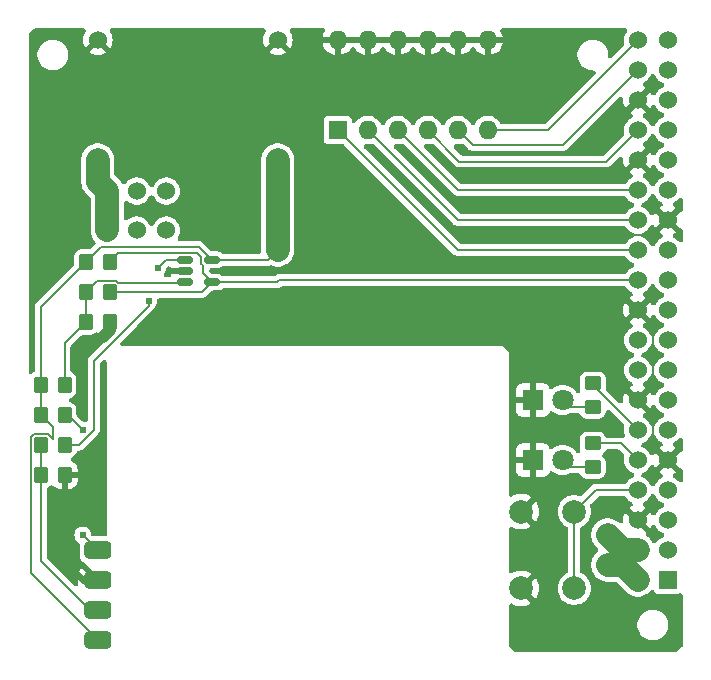
<source format=gbr>
%TF.GenerationSoftware,KiCad,Pcbnew,8.0.3*%
%TF.CreationDate,2024-06-19T13:29:18+09:00*%
%TF.ProjectId,yashica8_ver0.1.2,79617368-6963-4613-985f-766572302e31,rev?*%
%TF.SameCoordinates,Original*%
%TF.FileFunction,Copper,L1,Top*%
%TF.FilePolarity,Positive*%
%FSLAX46Y46*%
G04 Gerber Fmt 4.6, Leading zero omitted, Abs format (unit mm)*
G04 Created by KiCad (PCBNEW 8.0.3) date 2024-06-19 13:29:18*
%MOMM*%
%LPD*%
G01*
G04 APERTURE LIST*
G04 Aperture macros list*
%AMRoundRect*
0 Rectangle with rounded corners*
0 $1 Rounding radius*
0 $2 $3 $4 $5 $6 $7 $8 $9 X,Y pos of 4 corners*
0 Add a 4 corners polygon primitive as box body*
4,1,4,$2,$3,$4,$5,$6,$7,$8,$9,$2,$3,0*
0 Add four circle primitives for the rounded corners*
1,1,$1+$1,$2,$3*
1,1,$1+$1,$4,$5*
1,1,$1+$1,$6,$7*
1,1,$1+$1,$8,$9*
0 Add four rect primitives between the rounded corners*
20,1,$1+$1,$2,$3,$4,$5,0*
20,1,$1+$1,$4,$5,$6,$7,0*
20,1,$1+$1,$6,$7,$8,$9,0*
20,1,$1+$1,$8,$9,$2,$3,0*%
G04 Aperture macros list end*
%TA.AperFunction,ComponentPad*%
%ADD10R,1.800000X1.800000*%
%TD*%
%TA.AperFunction,ComponentPad*%
%ADD11C,1.800000*%
%TD*%
%TA.AperFunction,ComponentPad*%
%ADD12C,2.000000*%
%TD*%
%TA.AperFunction,SMDPad,CuDef*%
%ADD13RoundRect,0.250000X-0.350000X-0.450000X0.350000X-0.450000X0.350000X0.450000X-0.350000X0.450000X0*%
%TD*%
%TA.AperFunction,ComponentPad*%
%ADD14C,1.524000*%
%TD*%
%TA.AperFunction,SMDPad,CuDef*%
%ADD15RoundRect,0.150000X-0.512500X-0.150000X0.512500X-0.150000X0.512500X0.150000X-0.512500X0.150000X0*%
%TD*%
%TA.AperFunction,ComponentPad*%
%ADD16R,1.524000X1.524000*%
%TD*%
%TA.AperFunction,SMDPad,CuDef*%
%ADD17RoundRect,0.250000X-0.450000X0.350000X-0.450000X-0.350000X0.450000X-0.350000X0.450000X0.350000X0*%
%TD*%
%TA.AperFunction,ComponentPad*%
%ADD18R,1.600000X1.600000*%
%TD*%
%TA.AperFunction,ComponentPad*%
%ADD19O,1.600000X1.600000*%
%TD*%
%TA.AperFunction,SMDPad,CuDef*%
%ADD20RoundRect,0.381000X-0.762000X-0.381000X0.762000X-0.381000X0.762000X0.381000X-0.762000X0.381000X0*%
%TD*%
%TA.AperFunction,SMDPad,CuDef*%
%ADD21RoundRect,0.381000X0.762000X0.381000X-0.762000X0.381000X-0.762000X-0.381000X0.762000X-0.381000X0*%
%TD*%
%TA.AperFunction,ViaPad*%
%ADD22C,0.605000*%
%TD*%
%TA.AperFunction,ViaPad*%
%ADD23C,1.500000*%
%TD*%
%TA.AperFunction,Conductor*%
%ADD24C,1.000000*%
%TD*%
%TA.AperFunction,Conductor*%
%ADD25C,0.200000*%
%TD*%
%TA.AperFunction,Conductor*%
%ADD26C,0.600000*%
%TD*%
%TA.AperFunction,Conductor*%
%ADD27C,2.000000*%
%TD*%
G04 APERTURE END LIST*
D10*
%TO.P,D2,1,K*%
%TO.N,GND*%
X24780000Y23320000D03*
D11*
%TO.P,D2,2,A*%
%TO.N,Net-(D2-A)*%
X27320000Y23320000D03*
%TD*%
D12*
%TO.P,SW2,1,1*%
%TO.N,GND*%
X23800000Y7370000D03*
X23800000Y13870000D03*
%TO.P,SW2,2,2*%
%TO.N,Net-(J1-GPIO14{slash}TXD)*%
X28300000Y7370000D03*
X28300000Y13870000D03*
%TD*%
D13*
%TO.P,R5,1*%
%TO.N,Net-(R4-Pad1)*%
X-16860000Y16970000D03*
%TO.P,R5,2*%
%TO.N,GND*%
X-14860000Y16970000D03*
%TD*%
%TO.P,R7,1*%
%TO.N,+5V*%
X-16860000Y22050000D03*
%TO.P,R7,2*%
%TO.N,Net-(U3-A)*%
X-14860000Y22050000D03*
%TD*%
D14*
%TO.P,SW3,1,A*%
%TO.N,Net-(U2-IN+)*%
X-11248000Y41008000D03*
%TO.P,SW3,2,B*%
%TO.N,+9V*%
X-8748000Y41008000D03*
%TO.P,SW3,3,C*%
%TO.N,unconnected-(SW3-C-Pad3)*%
X-6248000Y41008000D03*
%TO.P,SW3,4,C*%
%TO.N,Net-(U2-IN+)*%
X-11248000Y37708000D03*
%TO.P,SW3,5,B*%
%TO.N,+9V*%
X-8748000Y37708000D03*
%TO.P,SW3,6*%
%TO.N,N/C*%
X-6248000Y37708000D03*
%TD*%
D15*
%TO.P,U1,1,-*%
%TO.N,Net-(U1--)*%
X-4684000Y35192000D03*
%TO.P,U1,2,V-*%
%TO.N,GND*%
X-4684000Y34242000D03*
%TO.P,U1,3,+*%
%TO.N,Net-(U1-+)*%
X-4684000Y33292000D03*
%TO.P,U1,4*%
%TO.N,Net-(J1-GPIO25)*%
X-2409000Y33292000D03*
%TO.P,U1,5,V+*%
%TO.N,+5V*%
X-2409000Y35192000D03*
%TD*%
D16*
%TO.P,J1,1,3V3*%
%TO.N,unconnected-(J1-3V3-Pad1)*%
X36210000Y8080000D03*
D14*
%TO.P,J1,2,5V*%
%TO.N,+5V*%
X33670000Y8080000D03*
%TO.P,J1,3,SDA/GPIO2*%
%TO.N,unconnected-(J1-SDA{slash}GPIO2-Pad3)*%
X36210000Y10620000D03*
%TO.P,J1,4,5V*%
%TO.N,+5V*%
X33670000Y10620000D03*
%TO.P,J1,5,SCL/GPIO3*%
%TO.N,unconnected-(J1-SCL{slash}GPIO3-Pad5)*%
X36210000Y13160000D03*
%TO.P,J1,6,GND*%
%TO.N,GND*%
X33670000Y13160000D03*
%TO.P,J1,7,GCLK0/GPIO4*%
%TO.N,unconnected-(J1-GCLK0{slash}GPIO4-Pad7)*%
X36210000Y15700000D03*
%TO.P,J1,8,GPIO14/TXD*%
%TO.N,Net-(J1-GPIO14{slash}TXD)*%
X33670000Y15700000D03*
%TO.P,J1,9,GND*%
%TO.N,GND*%
X36210000Y18240000D03*
%TO.P,J1,10,GPIO15/RXD*%
%TO.N,Net-(J1-GPIO15{slash}RXD)*%
X33670000Y18240000D03*
%TO.P,J1,11,GPIO17*%
%TO.N,unconnected-(J1-GPIO17-Pad11)*%
X36210000Y20780000D03*
%TO.P,J1,12,GPIO18/PWM0*%
%TO.N,Net-(J1-GPIO18{slash}PWM0)*%
X33670000Y20780000D03*
%TO.P,J1,13,GPIO27*%
%TO.N,unconnected-(J1-GPIO27-Pad13)*%
X36210000Y23320000D03*
%TO.P,J1,14,GND*%
%TO.N,GND*%
X33670000Y23320000D03*
%TO.P,J1,15,GPIO22*%
%TO.N,unconnected-(J1-GPIO22-Pad15)*%
X36210000Y25860000D03*
%TO.P,J1,16,GPIO23*%
%TO.N,unconnected-(J1-GPIO23-Pad16)*%
X33670000Y25860000D03*
%TO.P,J1,17,3V3*%
%TO.N,unconnected-(J1-3V3-Pad17)*%
X36210000Y28400000D03*
%TO.P,J1,18,GPIO24*%
%TO.N,unconnected-(J1-GPIO24-Pad18)*%
X33670000Y28400000D03*
%TO.P,J1,19,MOSI0/GPIO10*%
%TO.N,unconnected-(J1-MOSI0{slash}GPIO10-Pad19)*%
X36210000Y30940000D03*
%TO.P,J1,20,GND*%
%TO.N,GND*%
X33670000Y30940000D03*
%TO.P,J1,21,MISO0/GPIO9*%
%TO.N,unconnected-(J1-MISO0{slash}GPIO9-Pad21)*%
X36210000Y33480000D03*
%TO.P,J1,22,GPIO25*%
%TO.N,Net-(J1-GPIO25)*%
X33670000Y33480000D03*
%TO.P,J1,23,SCLK0/GPIO11*%
%TO.N,unconnected-(J1-SCLK0{slash}GPIO11-Pad23)*%
X36210000Y36020000D03*
%TO.P,J1,24,~{CE0}/GPIO8*%
%TO.N,Net-(J1-~{CE0}{slash}GPIO8)*%
X33670000Y36020000D03*
%TO.P,J1,25,GND*%
%TO.N,GND*%
X36210000Y38560000D03*
%TO.P,J1,26,~{CE1}/GPIO7*%
%TO.N,Net-(J1-~{CE1}{slash}GPIO7)*%
X33670000Y38560000D03*
%TO.P,J1,27,ID_SD/GPIO0*%
%TO.N,unconnected-(J1-ID_SD{slash}GPIO0-Pad27)*%
X36210000Y41100000D03*
%TO.P,J1,28,ID_SC/GPIO1*%
%TO.N,Net-(J1-ID_SC{slash}GPIO1)*%
X33670000Y41100000D03*
%TO.P,J1,29,GCLK1/GPIO5*%
%TO.N,unconnected-(J1-GCLK1{slash}GPIO5-Pad29)*%
X36210000Y43640000D03*
%TO.P,J1,30,GND*%
%TO.N,GND*%
X33670000Y43640000D03*
%TO.P,J1,31,GCLK2/GPIO6*%
%TO.N,unconnected-(J1-GCLK2{slash}GPIO6-Pad31)*%
X36210000Y46180000D03*
%TO.P,J1,32,PWM0/GPIO12*%
%TO.N,Net-(J1-PWM0{slash}GPIO12)*%
X33670000Y46180000D03*
%TO.P,J1,33,PWM1/GPIO13*%
%TO.N,unconnected-(J1-PWM1{slash}GPIO13-Pad33)*%
X36210000Y48720000D03*
%TO.P,J1,34,GND*%
%TO.N,GND*%
X33670000Y48720000D03*
%TO.P,J1,35,GPIO19/MISO1*%
%TO.N,unconnected-(J1-GPIO19{slash}MISO1-Pad35)*%
X36210000Y51260000D03*
%TO.P,J1,36,GPIO16*%
%TO.N,Net-(J1-GPIO16)*%
X33670000Y51260000D03*
%TO.P,J1,37,GPIO26*%
%TO.N,unconnected-(J1-GPIO26-Pad37)*%
X36210000Y53800000D03*
%TO.P,J1,38,GPIO20/MOSI1*%
%TO.N,Net-(J1-GPIO20{slash}MOSI1)*%
X33670000Y53800000D03*
%TD*%
D13*
%TO.P,R2,1*%
%TO.N,Net-(U1-+)*%
X-13050000Y29924000D03*
%TO.P,R2,2*%
%TO.N,GND*%
X-11050000Y29924000D03*
%TD*%
D14*
%TO.P,U2,1,IN+*%
%TO.N,Net-(U2-IN+)*%
X-12050000Y43640000D03*
%TO.P,U2,2,IN-*%
%TO.N,GND*%
X-12050000Y53800000D03*
%TO.P,U2,3,OUT+*%
%TO.N,+5V*%
X3190000Y43640000D03*
%TO.P,U2,4,OUT-*%
%TO.N,GND*%
X3190000Y53800000D03*
%TD*%
D10*
%TO.P,D1,1,K*%
%TO.N,GND*%
X24780000Y18240000D03*
D11*
%TO.P,D1,2,A*%
%TO.N,Net-(D1-A)*%
X27320000Y18240000D03*
%TD*%
D13*
%TO.P,R1,1*%
%TO.N,+5V*%
X-16860000Y24590000D03*
%TO.P,R1,2*%
%TO.N,Net-(U1-+)*%
X-14860000Y24590000D03*
%TD*%
D17*
%TO.P,R8,1*%
%TO.N,Net-(J1-GPIO15{slash}RXD)*%
X29860000Y19637000D03*
%TO.P,R8,2*%
%TO.N,Net-(D1-A)*%
X29860000Y17637000D03*
%TD*%
D18*
%TO.P,SW1,1*%
%TO.N,Net-(J1-~{CE0}{slash}GPIO8)*%
X8270000Y46180000D03*
D19*
%TO.P,SW1,2*%
%TO.N,Net-(J1-~{CE1}{slash}GPIO7)*%
X10810000Y46180000D03*
%TO.P,SW1,3*%
%TO.N,Net-(J1-ID_SC{slash}GPIO1)*%
X13350000Y46180000D03*
%TO.P,SW1,4*%
%TO.N,Net-(J1-PWM0{slash}GPIO12)*%
X15890000Y46180000D03*
%TO.P,SW1,5*%
%TO.N,Net-(J1-GPIO16)*%
X18430000Y46180000D03*
%TO.P,SW1,6*%
%TO.N,Net-(J1-GPIO20{slash}MOSI1)*%
X20970000Y46180000D03*
%TO.P,SW1,7*%
%TO.N,GND*%
X20970000Y53800000D03*
%TO.P,SW1,8*%
X18430000Y53800000D03*
%TO.P,SW1,9*%
X15890000Y53800000D03*
%TO.P,SW1,10*%
X13350000Y53800000D03*
%TO.P,SW1,11*%
X10810000Y53800000D03*
%TO.P,SW1,12*%
X8270000Y53800000D03*
%TD*%
D13*
%TO.P,R4,1*%
%TO.N,Net-(R4-Pad1)*%
X-16860000Y19510000D03*
%TO.P,R4,2*%
%TO.N,Net-(U1--)*%
X-14860000Y19510000D03*
%TD*%
%TO.P,R6,1*%
%TO.N,+5V*%
X-13050000Y35004000D03*
%TO.P,R6,2*%
%TO.N,Net-(J1-GPIO25)*%
X-11050000Y35004000D03*
%TD*%
D20*
%TO.P,U3,1,A*%
%TO.N,Net-(U3-A)*%
X-12050000Y10620000D03*
%TO.P,U3,2,K*%
%TO.N,GND*%
X-12050000Y8080000D03*
D21*
%TO.P,U3,3*%
%TO.N,Net-(R4-Pad1)*%
X-12050000Y5540000D03*
D20*
%TO.P,U3,4*%
%TO.N,+5V*%
X-12050000Y3000000D03*
%TD*%
D13*
%TO.P,R3,1*%
%TO.N,Net-(U1-+)*%
X-13050000Y32464000D03*
%TO.P,R3,2*%
%TO.N,Net-(J1-GPIO25)*%
X-11050000Y32464000D03*
%TD*%
D17*
%TO.P,R9,1*%
%TO.N,Net-(J1-GPIO18{slash}PWM0)*%
X29860000Y24717000D03*
%TO.P,R9,2*%
%TO.N,Net-(D2-A)*%
X29860000Y22717000D03*
%TD*%
D22*
%TO.N,GND*%
X4460000Y30940000D03*
X19700000Y37290000D03*
X-15860000Y39068000D03*
X-3160000Y46180000D03*
X29860000Y44910000D03*
X-15860000Y43640000D03*
X24780000Y53800000D03*
X7000000Y28400000D03*
X-13320000Y23320000D03*
X19700000Y39830000D03*
X-13320000Y18240000D03*
X-620000Y43640000D03*
X14620000Y48720000D03*
X-13320000Y46180000D03*
X-13320000Y15700000D03*
X-3160000Y41100000D03*
X1920000Y51260000D03*
X19700000Y42370000D03*
X-14590000Y14430000D03*
X23510000Y37290000D03*
X31130000Y34750000D03*
X9540000Y36020000D03*
X7000000Y38560000D03*
X27320000Y42370000D03*
X9540000Y48720000D03*
X4460000Y48720000D03*
X-14590000Y11890000D03*
X27320000Y37290000D03*
X-5700000Y43640000D03*
X-8240000Y46180000D03*
X-620000Y30940000D03*
X23510000Y42370000D03*
X27320000Y51260000D03*
X12080000Y28400000D03*
X14620000Y36020000D03*
X1920000Y46180000D03*
X-3160000Y28400000D03*
X22240000Y28400000D03*
X-5700000Y48720000D03*
X22240000Y51260000D03*
X9540000Y41100000D03*
X31130000Y37290000D03*
X17160000Y51260000D03*
X19700000Y34750000D03*
X-10780000Y48720000D03*
X23510000Y39830000D03*
X7000000Y51260000D03*
X-620000Y48720000D03*
X-14590000Y9350000D03*
X-13320000Y51260000D03*
X17160000Y28400000D03*
X23510000Y34750000D03*
X-13320000Y27638000D03*
X7000000Y43640000D03*
X27320000Y28400000D03*
X32400000Y47450000D03*
X-8240000Y51260000D03*
X31130000Y39830000D03*
X-620000Y39068000D03*
X12080000Y51260000D03*
X31130000Y42370000D03*
X-5954000Y34242000D03*
X27320000Y39830000D03*
X24780000Y48720000D03*
X-13320000Y13160000D03*
X1920000Y28400000D03*
X27320000Y34750000D03*
X12080000Y38560000D03*
X19700000Y48720000D03*
X-620000Y53800000D03*
D23*
%TO.N,+5V*%
X3190000Y36020000D03*
X31130000Y9350000D03*
X31130000Y11890000D03*
X3190000Y38560000D03*
D22*
%TO.N,Net-(U1--)*%
X-7732000Y31702000D03*
X-6970000Y34496000D03*
%TO.N,Net-(U3-A)*%
X-13320000Y20780000D03*
X-13320000Y11890000D03*
%TD*%
D24*
%TO.N,GND*%
X-11050000Y29924000D02*
X-11050000Y29224000D01*
D25*
X-14860000Y17198369D02*
X-14860000Y16970000D01*
X36210000Y18240000D02*
X34940000Y19510000D01*
D26*
X33670000Y48720000D02*
X32400000Y47450000D01*
X-13320000Y8080000D02*
X-14590000Y9350000D01*
X-12050000Y8080000D02*
X-13320000Y8080000D01*
D25*
X34940000Y29670000D02*
X33670000Y30940000D01*
X36210000Y38560000D02*
X34940000Y37290000D01*
X34940000Y19510000D02*
X34940000Y22050000D01*
X33670000Y23320000D02*
X34940000Y24590000D01*
X34940000Y37290000D02*
X31130000Y37290000D01*
D24*
X-11050000Y29224000D02*
X-11581000Y28693000D01*
D25*
X34940000Y24590000D02*
X34940000Y29670000D01*
X34940000Y22050000D02*
X33670000Y23320000D01*
%TO.N,Net-(D1-A)*%
X29860000Y17637000D02*
X27923000Y17637000D01*
X27923000Y17637000D02*
X27320000Y18240000D01*
%TO.N,Net-(D2-A)*%
X27923000Y22717000D02*
X27320000Y23320000D01*
X29860000Y22717000D02*
X27923000Y22717000D01*
%TO.N,+5V*%
X-17425028Y20462400D02*
X-17712400Y20175028D01*
X2362000Y35192000D02*
X3190000Y36020000D01*
X-16294972Y20462400D02*
X-17425028Y20462400D01*
X-16860000Y31194000D02*
X-16860000Y24590000D01*
X-16860000Y24590000D02*
X-16860000Y22050000D01*
X-15860000Y21050000D02*
X-15860000Y20027428D01*
X-17712400Y8662400D02*
X-12050000Y3000000D01*
D27*
X31130000Y11890000D02*
X32400000Y10620000D01*
X3190000Y38560000D02*
X3190000Y36020000D01*
D25*
X-15860000Y20027428D02*
X-16294972Y20462400D01*
X-13050000Y35004000D02*
X-11957200Y36096800D01*
X-11796000Y36274000D02*
X-3491000Y36274000D01*
X-11957200Y36096800D02*
X-11957200Y36112800D01*
D27*
X32400000Y9350000D02*
X33670000Y8080000D01*
X3190000Y42370000D02*
X3190000Y39830000D01*
X32400000Y10620000D02*
X33670000Y10620000D01*
D25*
X-17712400Y20175028D02*
X-17712400Y8662400D01*
X-2409000Y35192000D02*
X2362000Y35192000D01*
X-3491000Y36274000D02*
X-2409000Y35192000D01*
X-13050000Y35004000D02*
X-16860000Y31194000D01*
X-11957200Y36112800D02*
X-11796000Y36274000D01*
D27*
X3190000Y39830000D02*
X3190000Y38560000D01*
X3190000Y43640000D02*
X3190000Y42370000D01*
X31130000Y9350000D02*
X32400000Y9350000D01*
D25*
X-16860000Y22050000D02*
X-15860000Y21050000D01*
%TO.N,Net-(J1-GPIO25)*%
X-2409000Y33292000D02*
X3124000Y33292000D01*
X-3323900Y34871164D02*
X-3160000Y34707264D01*
X33650000Y33500000D02*
X33670000Y33480000D01*
X-3160000Y34043000D02*
X-2409000Y33292000D01*
X-3237000Y32464000D02*
X-2409000Y33292000D01*
X-11050000Y32464000D02*
X-3237000Y32464000D01*
X3124000Y33292000D02*
X3312000Y33480000D01*
X-3646400Y35744400D02*
X-3323900Y35421900D01*
X-10309600Y35744400D02*
X-3646400Y35744400D01*
X-3323900Y35421900D02*
X-3323900Y34871164D01*
X-11050000Y35004000D02*
X-10309600Y35744400D01*
X-3160000Y34707264D02*
X-3160000Y34043000D01*
X3312000Y33480000D02*
X33670000Y33480000D01*
%TO.N,Net-(J1-~{CE0}{slash}GPIO8)*%
X8270000Y46180000D02*
X18430000Y36020000D01*
X33670000Y36020000D02*
X18430000Y36020000D01*
%TO.N,Net-(J1-~{CE1}{slash}GPIO7)*%
X10810000Y46180000D02*
X18430000Y38560000D01*
X33670000Y38560000D02*
X18430000Y38560000D01*
%TO.N,Net-(J1-ID_SC{slash}GPIO1)*%
X13350000Y46180000D02*
X18430000Y41100000D01*
X33670000Y41100000D02*
X18430000Y41100000D01*
%TO.N,Net-(J1-PWM0{slash}GPIO12)*%
X30995200Y43505200D02*
X33670000Y46180000D01*
X15890000Y46180000D02*
X18564800Y43505200D01*
X18564800Y43505200D02*
X30995200Y43505200D01*
%TO.N,Net-(J1-GPIO16)*%
X27320000Y44910000D02*
X33670000Y51260000D01*
X19700000Y44910000D02*
X27320000Y44910000D01*
X18430000Y46180000D02*
X19700000Y44910000D01*
%TO.N,Net-(J1-GPIO20{slash}MOSI1)*%
X26050000Y46180000D02*
X20970000Y46180000D01*
X33670000Y53800000D02*
X26050000Y46180000D01*
%TO.N,Net-(U1-+)*%
X-10294572Y33226000D02*
X-10484972Y33416400D01*
X-14860000Y24590000D02*
X-14860000Y28114000D01*
X-13050000Y32464000D02*
X-13050000Y32734000D01*
X-10484972Y33416400D02*
X-12097600Y33416400D01*
X-4684000Y33292000D02*
X-4750000Y33226000D01*
X-14860000Y28114000D02*
X-13050000Y29924000D01*
X-13050000Y29924000D02*
X-13050000Y32464000D01*
X-4750000Y33226000D02*
X-10294572Y33226000D01*
X-12097600Y33416400D02*
X-13050000Y32464000D01*
%TO.N,Net-(R4-Pad1)*%
X-16860000Y16970000D02*
X-16860000Y9715000D01*
X-12685000Y5540000D02*
X-12050000Y5540000D01*
X-16860000Y9715000D02*
X-12685000Y5540000D01*
X-16860000Y16970000D02*
X-16860000Y19510000D01*
%TO.N,Net-(U1--)*%
X-7732000Y31702000D02*
X-7732000Y31292400D01*
X-14860000Y19510000D02*
X-13672400Y19510000D01*
X-6970000Y34518748D02*
X-6970000Y34496000D01*
X-4684000Y35192000D02*
X-6296748Y35192000D01*
X-12402400Y26622000D02*
X-12402400Y20780000D01*
X-7732000Y31292400D02*
X-12402400Y26622000D01*
X-6296748Y35192000D02*
X-6970000Y34518748D01*
X-13672400Y19510000D02*
X-12402400Y20780000D01*
%TO.N,Net-(U3-A)*%
X-14860000Y22050000D02*
X-14590000Y22050000D01*
X-12050000Y10620000D02*
X-13320000Y11890000D01*
X-14590000Y22050000D02*
X-13320000Y20780000D01*
%TO.N,Net-(J1-GPIO14{slash}TXD)*%
X28300000Y13870000D02*
X28300000Y7370000D01*
X28300000Y13870000D02*
X30130000Y15700000D01*
X30130000Y15700000D02*
X33670000Y15700000D01*
%TO.N,Net-(J1-GPIO15{slash}RXD)*%
X29860000Y19637000D02*
X32273000Y19637000D01*
X32273000Y19637000D02*
X33670000Y18240000D01*
%TO.N,Net-(J1-GPIO18{slash}PWM0)*%
X29860000Y24717000D02*
X29860000Y24590000D01*
X29860000Y24590000D02*
X33670000Y20780000D01*
D27*
%TO.N,Net-(U2-IN+)*%
X-12050000Y43640000D02*
X-12050000Y41810000D01*
X-11248000Y41008000D02*
X-11248000Y37708000D01*
X-12050000Y41810000D02*
X-11248000Y41008000D01*
%TD*%
%TA.AperFunction,Conductor*%
%TO.N,GND*%
G36*
X32583701Y32959793D02*
G01*
X32652942Y32904574D01*
X32675497Y32869199D01*
X32677389Y32865399D01*
X32807219Y32693477D01*
X32807222Y32693473D01*
X32942519Y32570134D01*
X32966436Y32548331D01*
X32966438Y32548330D01*
X32966439Y32548329D01*
X33154398Y32431949D01*
X33217434Y32369740D01*
X33247235Y32286341D01*
X33237900Y32198271D01*
X33191278Y32122973D01*
X33133739Y32082401D01*
X33036595Y32037103D01*
X32971811Y31991743D01*
X32971811Y31991742D01*
X33642553Y31321000D01*
X33619840Y31321000D01*
X33522939Y31295036D01*
X33436060Y31244876D01*
X33365124Y31173940D01*
X33314964Y31087061D01*
X33289000Y30990160D01*
X33289000Y30967447D01*
X32618258Y31638189D01*
X32618257Y31638189D01*
X32572898Y31573406D01*
X32479580Y31373284D01*
X32479578Y31373280D01*
X32422426Y31159988D01*
X32422425Y31159984D01*
X32403179Y30940000D01*
X32422425Y30720017D01*
X32422426Y30720013D01*
X32479577Y30506724D01*
X32572900Y30306591D01*
X32618258Y30241813D01*
X32618259Y30241812D01*
X33289000Y30912553D01*
X33289000Y30889840D01*
X33314964Y30792939D01*
X33365124Y30706060D01*
X33436060Y30635124D01*
X33522939Y30584964D01*
X33619840Y30559000D01*
X33642553Y30559000D01*
X32971811Y29888260D01*
X32971811Y29888259D01*
X33036585Y29842904D01*
X33133738Y29797601D01*
X33203663Y29743250D01*
X33243081Y29663943D01*
X33244186Y29575386D01*
X33206758Y29495120D01*
X33154399Y29448052D01*
X32966435Y29331669D01*
X32966434Y29331668D01*
X32807222Y29186528D01*
X32677388Y29014602D01*
X32581356Y28821742D01*
X32522399Y28614524D01*
X32522398Y28614521D01*
X32502520Y28400001D01*
X32502520Y28400000D01*
X32522398Y28185480D01*
X32522398Y28185478D01*
X32522399Y28185476D01*
X32536680Y28135282D01*
X32581356Y27978259D01*
X32677388Y27785399D01*
X32807222Y27613473D01*
X32866991Y27558987D01*
X32966436Y27468331D01*
X32966438Y27468330D01*
X32966439Y27468329D01*
X33149602Y27354919D01*
X33149601Y27354919D01*
X33149605Y27354918D01*
X33149609Y27354915D01*
X33251191Y27315562D01*
X33324584Y27265994D01*
X33369202Y27189491D01*
X33376209Y27101205D01*
X33344215Y27018623D01*
X33279559Y26958100D01*
X33251191Y26944439D01*
X33149609Y26905085D01*
X33149607Y26905085D01*
X33149602Y26905082D01*
X32966439Y26791672D01*
X32966434Y26791668D01*
X32807222Y26646528D01*
X32677388Y26474602D01*
X32581356Y26281742D01*
X32522399Y26074524D01*
X32522398Y26074521D01*
X32502520Y25860001D01*
X32502520Y25860000D01*
X32522398Y25645480D01*
X32522399Y25645477D01*
X32581356Y25438259D01*
X32677388Y25245399D01*
X32807222Y25073473D01*
X32866991Y25018987D01*
X32966436Y24928331D01*
X32966438Y24928330D01*
X32966439Y24928329D01*
X33154398Y24811949D01*
X33217434Y24749740D01*
X33247235Y24666341D01*
X33237900Y24578271D01*
X33191278Y24502973D01*
X33133739Y24462401D01*
X33036595Y24417103D01*
X32971811Y24371743D01*
X32971811Y24371742D01*
X33642553Y23701000D01*
X33619840Y23701000D01*
X33522939Y23675036D01*
X33436060Y23624876D01*
X33365124Y23553940D01*
X33314964Y23467061D01*
X33289000Y23370160D01*
X33289000Y23347447D01*
X32618258Y24018189D01*
X32618257Y24018189D01*
X32572898Y23953406D01*
X32479580Y23753284D01*
X32479578Y23753280D01*
X32422426Y23539988D01*
X32422425Y23539984D01*
X32403179Y23319999D01*
X32409732Y23245096D01*
X32397625Y23157364D01*
X32348651Y23083574D01*
X32272510Y23038340D01*
X32184284Y23030621D01*
X32101446Y23061947D01*
X32070775Y23087039D01*
X31017783Y24140031D01*
X30970664Y24215019D01*
X30960110Y24296356D01*
X30960500Y24301306D01*
X30960500Y25132694D01*
X30957598Y25169569D01*
X30911744Y25327398D01*
X30872578Y25393625D01*
X30828082Y25468864D01*
X30711863Y25585083D01*
X30570399Y25668744D01*
X30412569Y25714598D01*
X30375694Y25717500D01*
X29344306Y25717500D01*
X29313576Y25715082D01*
X29307430Y25714598D01*
X29149600Y25668744D01*
X29008136Y25585083D01*
X28891917Y25468864D01*
X28808256Y25327400D01*
X28771387Y25200496D01*
X28762402Y25169569D01*
X28759500Y25132694D01*
X28759500Y24301306D01*
X28760435Y24289423D01*
X28762402Y24264431D01*
X28793020Y24159044D01*
X28798185Y24070631D01*
X28764477Y23988733D01*
X28698573Y23929571D01*
X28613526Y23904863D01*
X28526181Y23919501D01*
X28453837Y23970588D01*
X28438910Y23989383D01*
X28418740Y24018189D01*
X28320047Y24159139D01*
X28159139Y24320047D01*
X27972734Y24450568D01*
X27766496Y24546739D01*
X27766497Y24546739D01*
X27766490Y24546742D01*
X27546704Y24605633D01*
X27546692Y24605635D01*
X27320000Y24625468D01*
X27093307Y24605635D01*
X27093295Y24605633D01*
X26873509Y24546742D01*
X26667266Y24450568D01*
X26480856Y24320044D01*
X26478006Y24317193D01*
X26475831Y24315828D01*
X26474205Y24314462D01*
X26474016Y24314687D01*
X26403015Y24270079D01*
X26315008Y24260168D01*
X26231416Y24289423D01*
X26168796Y24352050D01*
X26150846Y24388374D01*
X26123351Y24462092D01*
X26037189Y24577190D01*
X25922090Y24663353D01*
X25922087Y24663354D01*
X25787381Y24713597D01*
X25787372Y24713599D01*
X25727823Y24720000D01*
X25030000Y24720000D01*
X25030000Y23695278D01*
X24953694Y23739333D01*
X24839244Y23770000D01*
X24720756Y23770000D01*
X24606306Y23739333D01*
X24530000Y23695278D01*
X24530000Y24720000D01*
X23832177Y24720000D01*
X23772627Y24713599D01*
X23772618Y24713597D01*
X23637912Y24663354D01*
X23637909Y24663353D01*
X23522810Y24577190D01*
X23436647Y24462091D01*
X23436646Y24462088D01*
X23386403Y24327382D01*
X23386401Y24327373D01*
X23380000Y24267823D01*
X23380000Y23570000D01*
X24404722Y23570000D01*
X24360667Y23493694D01*
X24330000Y23379244D01*
X24330000Y23260756D01*
X24360667Y23146306D01*
X24404722Y23070000D01*
X23380000Y23070000D01*
X23380000Y22372178D01*
X23386401Y22312628D01*
X23386403Y22312619D01*
X23436646Y22177913D01*
X23436647Y22177910D01*
X23522810Y22062811D01*
X23637909Y21976648D01*
X23637912Y21976647D01*
X23772618Y21926404D01*
X23772627Y21926402D01*
X23832177Y21920000D01*
X24530000Y21920000D01*
X24530000Y22944723D01*
X24606306Y22900667D01*
X24720756Y22870000D01*
X24839244Y22870000D01*
X24953694Y22900667D01*
X25030000Y22944723D01*
X25030000Y21920000D01*
X25727823Y21920000D01*
X25787372Y21926402D01*
X25787381Y21926404D01*
X25922087Y21976647D01*
X25922090Y21976648D01*
X26037189Y22062811D01*
X26123351Y22177909D01*
X26150846Y22251627D01*
X26199483Y22325639D01*
X26275417Y22371219D01*
X26363607Y22379339D01*
X26446587Y22348391D01*
X26478014Y22322800D01*
X26480861Y22319953D01*
X26667266Y22189432D01*
X26873504Y22093261D01*
X26873505Y22093261D01*
X26873509Y22093259D01*
X27093295Y22034368D01*
X27093299Y22034368D01*
X27093308Y22034365D01*
X27320000Y22014532D01*
X27546692Y22034365D01*
X27546701Y22034368D01*
X27546704Y22034368D01*
X27766490Y22093259D01*
X27766491Y22093260D01*
X27766496Y22093261D01*
X27972734Y22189432D01*
X27972740Y22189437D01*
X27973439Y22189839D01*
X27973933Y22189992D01*
X27980608Y22193104D01*
X27981037Y22192183D01*
X28058068Y22215944D01*
X28072939Y22216500D01*
X28629980Y22216500D01*
X28716323Y22196793D01*
X28785564Y22141574D01*
X28800563Y22116598D01*
X28801883Y22117378D01*
X28891917Y21965137D01*
X29008136Y21848918D01*
X29043419Y21828052D01*
X29149602Y21765256D01*
X29307431Y21719402D01*
X29344306Y21716500D01*
X29344311Y21716500D01*
X30375689Y21716500D01*
X30375694Y21716500D01*
X30412569Y21719402D01*
X30570398Y21765256D01*
X30711865Y21848919D01*
X30828081Y21965135D01*
X30911744Y22106602D01*
X30957598Y22264431D01*
X30960500Y22301306D01*
X30960500Y22301313D01*
X30960501Y22301325D01*
X30960654Y22305215D01*
X30961396Y22305186D01*
X30980207Y22387601D01*
X31035426Y22456842D01*
X31115218Y22495269D01*
X31203782Y22495269D01*
X31283574Y22456842D01*
X31300214Y22441972D01*
X32489602Y21252584D01*
X32536721Y21177596D01*
X32546637Y21089589D01*
X32540292Y21057414D01*
X32523835Y20999569D01*
X32522400Y20994527D01*
X32522398Y20994520D01*
X32502520Y20780001D01*
X32502520Y20780000D01*
X32522398Y20565480D01*
X32522399Y20565477D01*
X32573337Y20386445D01*
X32578010Y20298005D01*
X32543848Y20216296D01*
X32477617Y20157500D01*
X32392434Y20133264D01*
X32352047Y20137501D01*
X32351823Y20135798D01*
X32338895Y20137500D01*
X32338892Y20137500D01*
X31090020Y20137500D01*
X31003677Y20157207D01*
X30934436Y20212426D01*
X30919436Y20237403D01*
X30918117Y20236622D01*
X30828082Y20388864D01*
X30711863Y20505083D01*
X30570399Y20588744D01*
X30412569Y20634598D01*
X30375694Y20637500D01*
X29344306Y20637500D01*
X29313576Y20635082D01*
X29307430Y20634598D01*
X29149600Y20588744D01*
X29008136Y20505083D01*
X28891917Y20388864D01*
X28808256Y20247400D01*
X28771387Y20120496D01*
X28762402Y20089569D01*
X28759990Y20058911D01*
X28759500Y20052689D01*
X28759500Y19221312D01*
X28762402Y19184431D01*
X28793020Y19079044D01*
X28798185Y18990631D01*
X28764477Y18908733D01*
X28698573Y18849571D01*
X28613526Y18824863D01*
X28526181Y18839501D01*
X28453837Y18890588D01*
X28438910Y18909383D01*
X28418740Y18938189D01*
X28320047Y19079139D01*
X28159139Y19240047D01*
X27972734Y19370568D01*
X27766496Y19466739D01*
X27766497Y19466739D01*
X27766490Y19466742D01*
X27546704Y19525633D01*
X27546692Y19525635D01*
X27320000Y19545468D01*
X27093307Y19525635D01*
X27093295Y19525633D01*
X26873509Y19466742D01*
X26667266Y19370568D01*
X26480856Y19240044D01*
X26478006Y19237193D01*
X26475831Y19235828D01*
X26474205Y19234462D01*
X26474016Y19234687D01*
X26403015Y19190079D01*
X26315008Y19180168D01*
X26231416Y19209423D01*
X26168796Y19272050D01*
X26150846Y19308374D01*
X26123351Y19382092D01*
X26037189Y19497190D01*
X25922090Y19583353D01*
X25922087Y19583354D01*
X25787381Y19633597D01*
X25787372Y19633599D01*
X25727823Y19640000D01*
X25030000Y19640000D01*
X25030000Y18615278D01*
X24953694Y18659333D01*
X24839244Y18690000D01*
X24720756Y18690000D01*
X24606306Y18659333D01*
X24530000Y18615278D01*
X24530000Y19640000D01*
X23832177Y19640000D01*
X23772627Y19633599D01*
X23772618Y19633597D01*
X23637912Y19583354D01*
X23637909Y19583353D01*
X23522810Y19497190D01*
X23436647Y19382091D01*
X23436646Y19382088D01*
X23386403Y19247382D01*
X23386401Y19247373D01*
X23380000Y19187823D01*
X23380000Y18490000D01*
X24404722Y18490000D01*
X24360667Y18413694D01*
X24330000Y18299244D01*
X24330000Y18180756D01*
X24360667Y18066306D01*
X24404722Y17990000D01*
X23380000Y17990000D01*
X23380000Y17292178D01*
X23386401Y17232628D01*
X23386403Y17232619D01*
X23436646Y17097913D01*
X23436647Y17097910D01*
X23522810Y16982811D01*
X23637909Y16896648D01*
X23637912Y16896647D01*
X23772618Y16846404D01*
X23772627Y16846402D01*
X23832177Y16840000D01*
X24530000Y16840000D01*
X24530000Y17864723D01*
X24606306Y17820667D01*
X24720756Y17790000D01*
X24839244Y17790000D01*
X24953694Y17820667D01*
X25030000Y17864723D01*
X25030000Y16840000D01*
X25727823Y16840000D01*
X25787372Y16846402D01*
X25787381Y16846404D01*
X25922087Y16896647D01*
X25922090Y16896648D01*
X26037189Y16982811D01*
X26123351Y17097909D01*
X26150846Y17171627D01*
X26199483Y17245639D01*
X26275417Y17291219D01*
X26363607Y17299339D01*
X26446587Y17268391D01*
X26478014Y17242800D01*
X26480861Y17239953D01*
X26667266Y17109432D01*
X26873504Y17013261D01*
X26873505Y17013261D01*
X26873509Y17013259D01*
X27093295Y16954368D01*
X27093299Y16954368D01*
X27093308Y16954365D01*
X27320000Y16934532D01*
X27546692Y16954365D01*
X27546701Y16954368D01*
X27546704Y16954368D01*
X27766490Y17013259D01*
X27766491Y17013260D01*
X27766496Y17013261D01*
X27972734Y17109432D01*
X27972740Y17109437D01*
X27973439Y17109839D01*
X27973933Y17109992D01*
X27980608Y17113104D01*
X27981037Y17112183D01*
X28058068Y17135944D01*
X28072939Y17136500D01*
X28629980Y17136500D01*
X28716323Y17116793D01*
X28785564Y17061574D01*
X28800563Y17036598D01*
X28801883Y17037378D01*
X28891917Y16885137D01*
X29008136Y16768918D01*
X29149600Y16685257D01*
X29149602Y16685256D01*
X29307431Y16639402D01*
X29344306Y16636500D01*
X29344311Y16636500D01*
X30375689Y16636500D01*
X30375694Y16636500D01*
X30412569Y16639402D01*
X30570398Y16685256D01*
X30711865Y16768919D01*
X30828081Y16885135D01*
X30911744Y17026602D01*
X30957598Y17184431D01*
X30960500Y17221306D01*
X30960500Y18052694D01*
X30957598Y18089569D01*
X30911744Y18247398D01*
X30886455Y18290160D01*
X30828082Y18388864D01*
X30720660Y18496286D01*
X30673541Y18571274D01*
X30663625Y18659281D01*
X30692876Y18742874D01*
X30720660Y18777714D01*
X30767809Y18824863D01*
X30828081Y18885135D01*
X30911744Y19026602D01*
X30911743Y19026602D01*
X30918117Y19037378D01*
X30921295Y19035499D01*
X30959771Y19087953D01*
X31037949Y19129567D01*
X31090020Y19136500D01*
X31983258Y19136500D01*
X32069601Y19116793D01*
X32123972Y19078214D01*
X32489602Y18712584D01*
X32536721Y18637596D01*
X32546637Y18549589D01*
X32540292Y18517414D01*
X32525818Y18466539D01*
X32522400Y18454527D01*
X32522398Y18454520D01*
X32502520Y18240001D01*
X32502520Y18240000D01*
X32522398Y18025480D01*
X32522399Y18025477D01*
X32581356Y17818259D01*
X32677388Y17625399D01*
X32807222Y17453473D01*
X32942519Y17330134D01*
X32966436Y17308331D01*
X32966438Y17308330D01*
X32966439Y17308329D01*
X33149602Y17194919D01*
X33149601Y17194919D01*
X33149605Y17194918D01*
X33149609Y17194915D01*
X33251191Y17155562D01*
X33324584Y17105994D01*
X33369202Y17029491D01*
X33376209Y16941205D01*
X33344215Y16858623D01*
X33279559Y16798100D01*
X33251191Y16784439D01*
X33149609Y16745085D01*
X33149607Y16745085D01*
X33149602Y16745082D01*
X32966439Y16631672D01*
X32966434Y16631668D01*
X32807222Y16486528D01*
X32807219Y16486524D01*
X32677389Y16314602D01*
X32675497Y16310801D01*
X32673610Y16308499D01*
X32672544Y16306776D01*
X32672315Y16306918D01*
X32619370Y16242293D01*
X32539078Y16204922D01*
X32497358Y16200500D01*
X30195893Y16200500D01*
X30064108Y16200500D01*
X29936814Y16166392D01*
X29822684Y16100499D01*
X28963223Y15241039D01*
X28888234Y15193920D01*
X28800228Y15184004D01*
X28757895Y15193535D01*
X28644981Y15232298D01*
X28416052Y15270500D01*
X28416049Y15270500D01*
X28183951Y15270500D01*
X28183947Y15270500D01*
X28007401Y15241039D01*
X27955019Y15232298D01*
X27886965Y15208935D01*
X27735492Y15156935D01*
X27531370Y15046469D01*
X27348217Y14903915D01*
X27348216Y14903914D01*
X27191023Y14733156D01*
X27064075Y14538848D01*
X27064073Y14538846D01*
X26970843Y14326303D01*
X26913864Y14101298D01*
X26894700Y13870004D01*
X26894700Y13869997D01*
X26913864Y13638703D01*
X26970843Y13413698D01*
X27064073Y13201155D01*
X27064075Y13201153D01*
X27064076Y13201151D01*
X27191021Y13006847D01*
X27235765Y12958242D01*
X27348216Y12836087D01*
X27348217Y12836086D01*
X27531370Y12693532D01*
X27695214Y12604864D01*
X27761770Y12546437D01*
X27796385Y12464919D01*
X27799500Y12429849D01*
X27799500Y8810151D01*
X27779793Y8723808D01*
X27724574Y8654567D01*
X27695214Y8635136D01*
X27531370Y8546469D01*
X27348217Y8403915D01*
X27348216Y8403914D01*
X27191023Y8233156D01*
X27064075Y8038848D01*
X27064073Y8038846D01*
X26970843Y7826303D01*
X26913864Y7601298D01*
X26894700Y7370004D01*
X26894700Y7369997D01*
X26913864Y7138703D01*
X26970843Y6913698D01*
X27064073Y6701155D01*
X27064075Y6701153D01*
X27064076Y6701151D01*
X27191021Y6506847D01*
X27278941Y6411340D01*
X27348216Y6336087D01*
X27348217Y6336086D01*
X27531371Y6193532D01*
X27531370Y6193532D01*
X27735492Y6083066D01*
X27735495Y6083065D01*
X27735497Y6083064D01*
X27955019Y6007702D01*
X28183951Y5969500D01*
X28183953Y5969500D01*
X28416047Y5969500D01*
X28416049Y5969500D01*
X28644981Y6007702D01*
X28864503Y6083064D01*
X29068626Y6193530D01*
X29251784Y6336087D01*
X29408979Y6506847D01*
X29535924Y6701151D01*
X29571437Y6782111D01*
X29629156Y6913698D01*
X29630119Y6917500D01*
X29686134Y7138695D01*
X29687710Y7157708D01*
X29705300Y7369997D01*
X29705300Y7370004D01*
X29686135Y7601298D01*
X29686134Y7601301D01*
X29686134Y7601305D01*
X29629157Y7826300D01*
X29611234Y7867161D01*
X29535926Y8038846D01*
X29535924Y8038848D01*
X29535924Y8038849D01*
X29408979Y8233153D01*
X29251784Y8403913D01*
X29251783Y8403914D01*
X29251782Y8403915D01*
X29068629Y8546469D01*
X28904786Y8635136D01*
X28838230Y8693563D01*
X28803615Y8775081D01*
X28800500Y8810151D01*
X28800500Y12429849D01*
X28820207Y12516192D01*
X28875426Y12585433D01*
X28904786Y12604864D01*
X28949620Y12629127D01*
X29068626Y12693530D01*
X29079698Y12702147D01*
X29178438Y12779000D01*
X29251784Y12836087D01*
X29408979Y13006847D01*
X29535924Y13201151D01*
X29629157Y13413700D01*
X29686134Y13638695D01*
X29687710Y13657708D01*
X29705300Y13869997D01*
X29705300Y13870004D01*
X29686135Y14101298D01*
X29686134Y14101301D01*
X29686134Y14101305D01*
X29629157Y14326300D01*
X29629150Y14326315D01*
X29627315Y14331663D01*
X29617914Y14419726D01*
X29647653Y14503147D01*
X29674810Y14536998D01*
X30279028Y15141214D01*
X30354017Y15188333D01*
X30419742Y15199500D01*
X32497358Y15199500D01*
X32583701Y15179793D01*
X32652942Y15124574D01*
X32675497Y15089199D01*
X32677389Y15085399D01*
X32807219Y14913477D01*
X32807222Y14913473D01*
X32866991Y14858987D01*
X32966436Y14768331D01*
X32966438Y14768330D01*
X32966439Y14768329D01*
X33154398Y14651949D01*
X33217434Y14589740D01*
X33247235Y14506341D01*
X33237900Y14418271D01*
X33191278Y14342973D01*
X33133739Y14302401D01*
X33036595Y14257103D01*
X32971811Y14211743D01*
X32971811Y14211742D01*
X33642553Y13541000D01*
X33619840Y13541000D01*
X33522939Y13515036D01*
X33436060Y13464876D01*
X33365124Y13393940D01*
X33314964Y13307061D01*
X33289000Y13210160D01*
X33289000Y13187447D01*
X32618258Y13858189D01*
X32618257Y13858189D01*
X32572898Y13793406D01*
X32479580Y13593284D01*
X32479578Y13593280D01*
X32422426Y13379988D01*
X32422425Y13379984D01*
X32403179Y13159999D01*
X32409464Y13088157D01*
X32397356Y13000425D01*
X32348382Y12926634D01*
X32272242Y12881401D01*
X32184016Y12873682D01*
X32101178Y12905009D01*
X32070507Y12930100D01*
X32042367Y12958240D01*
X31864023Y13087814D01*
X31864024Y13087814D01*
X31864022Y13087815D01*
X31667612Y13187892D01*
X31667607Y13187895D01*
X31599080Y13210160D01*
X31457951Y13256015D01*
X31457945Y13256016D01*
X31457946Y13256016D01*
X31240227Y13290501D01*
X31240222Y13290501D01*
X31019778Y13290501D01*
X31019772Y13290501D01*
X30802053Y13256016D01*
X30802050Y13256016D01*
X30802049Y13256015D01*
X30735883Y13234517D01*
X30592392Y13187895D01*
X30592387Y13187892D01*
X30395976Y13087814D01*
X30217632Y12958240D01*
X30061760Y12802368D01*
X29932186Y12624024D01*
X29832108Y12427613D01*
X29832105Y12427608D01*
X29796813Y12318987D01*
X29764359Y12219100D01*
X29763984Y12217947D01*
X29729499Y12000228D01*
X29729499Y11779773D01*
X29763984Y11562054D01*
X29763985Y11562049D01*
X29796813Y11461014D01*
X29832105Y11352393D01*
X29832108Y11352388D01*
X29931355Y11157606D01*
X29932186Y11155977D01*
X30061760Y10977633D01*
X30286593Y10752800D01*
X30333712Y10677812D01*
X30343628Y10589805D01*
X30314377Y10506212D01*
X30262849Y10451092D01*
X30217634Y10418242D01*
X30061760Y10262368D01*
X29932186Y10084024D01*
X29832108Y9887613D01*
X29832102Y9887600D01*
X29763987Y9677961D01*
X29763984Y9677950D01*
X29729500Y9460222D01*
X29729500Y9239779D01*
X29763984Y9022051D01*
X29763987Y9022040D01*
X29832102Y8812401D01*
X29832104Y8812396D01*
X29832105Y8812394D01*
X29932185Y8615978D01*
X30061758Y8437635D01*
X30217635Y8281758D01*
X30395978Y8152185D01*
X30592394Y8052105D01*
X30592399Y8052104D01*
X30592400Y8052103D01*
X30802039Y7983988D01*
X30802043Y7983987D01*
X30802049Y7983985D01*
X31019778Y7949500D01*
X31737466Y7949500D01*
X31823809Y7929793D01*
X31878180Y7891214D01*
X32757632Y7011761D01*
X32757635Y7011759D01*
X32757636Y7011758D01*
X32935978Y6882185D01*
X33132394Y6782105D01*
X33132399Y6782104D01*
X33132400Y6782103D01*
X33342039Y6713988D01*
X33342043Y6713987D01*
X33342049Y6713985D01*
X33559778Y6679500D01*
X33780222Y6679500D01*
X33997951Y6713985D01*
X34207605Y6782105D01*
X34404022Y6882185D01*
X34582364Y7011758D01*
X34738242Y7167636D01*
X34745375Y7177455D01*
X34812066Y7235725D01*
X34897437Y7259289D01*
X34984578Y7243479D01*
X35056229Y7191425D01*
X35083683Y7150835D01*
X35119951Y7079656D01*
X35209657Y6989950D01*
X35322692Y6932356D01*
X35322696Y6932354D01*
X35416481Y6917500D01*
X37003518Y6917501D01*
X37097304Y6932354D01*
X37190655Y6979920D01*
X37276534Y7001559D01*
X37363298Y6983794D01*
X37433761Y6930144D01*
X37473968Y6851233D01*
X37480000Y6802609D01*
X37480000Y2574428D01*
X37460293Y2488085D01*
X37421714Y2433714D01*
X37030286Y2042286D01*
X36955298Y1995167D01*
X36889572Y1984000D01*
X23338428Y1984000D01*
X23252085Y2003707D01*
X23197714Y2042286D01*
X22806286Y2433714D01*
X22759167Y2508702D01*
X22748000Y2574428D01*
X22748000Y4372352D01*
X33639500Y4372352D01*
X33639500Y4167648D01*
X33642655Y4147727D01*
X33671522Y3965471D01*
X33671523Y3965464D01*
X33734777Y3770788D01*
X33734785Y3770769D01*
X33827706Y3588401D01*
X33827712Y3588391D01*
X33900334Y3488435D01*
X33948034Y3422781D01*
X34092781Y3278034D01*
X34258390Y3157713D01*
X34258400Y3157707D01*
X34440768Y3064786D01*
X34440775Y3064784D01*
X34440781Y3064780D01*
X34635466Y3001523D01*
X34837648Y2969500D01*
X34837649Y2969500D01*
X35042351Y2969500D01*
X35042352Y2969500D01*
X35244534Y3001523D01*
X35439219Y3064780D01*
X35439231Y3064786D01*
X35621599Y3157707D01*
X35621603Y3157710D01*
X35621610Y3157713D01*
X35787219Y3278034D01*
X35931966Y3422781D01*
X36052287Y3588390D01*
X36097776Y3677666D01*
X36145214Y3770769D01*
X36145214Y3770771D01*
X36145220Y3770781D01*
X36208477Y3965466D01*
X36240500Y4167648D01*
X36240500Y4372352D01*
X36208477Y4574534D01*
X36145220Y4769219D01*
X36145216Y4769225D01*
X36145214Y4769232D01*
X36052293Y4951600D01*
X36052287Y4951610D01*
X35950560Y5091626D01*
X35931966Y5117219D01*
X35787219Y5261966D01*
X35621610Y5382287D01*
X35621611Y5382287D01*
X35621609Y5382288D01*
X35621599Y5382294D01*
X35439231Y5475215D01*
X35439212Y5475223D01*
X35244536Y5538477D01*
X35244529Y5538478D01*
X35129735Y5556660D01*
X35042352Y5570500D01*
X34837648Y5570500D01*
X34776635Y5560837D01*
X34635470Y5538478D01*
X34635463Y5538477D01*
X34440787Y5475223D01*
X34440768Y5475215D01*
X34258400Y5382294D01*
X34258390Y5382288D01*
X34092783Y5261968D01*
X34092779Y5261965D01*
X33948035Y5117221D01*
X33948032Y5117217D01*
X33827712Y4951610D01*
X33827706Y4951600D01*
X33734785Y4769232D01*
X33734777Y4769213D01*
X33671523Y4574537D01*
X33671523Y4574534D01*
X33639500Y4372352D01*
X22748000Y4372352D01*
X22748000Y5899783D01*
X22767707Y5986126D01*
X22822926Y6055367D01*
X22902718Y6093794D01*
X22991282Y6093794D01*
X23041714Y6074798D01*
X23195387Y5991634D01*
X23430511Y5910917D01*
X23675702Y5870001D01*
X23675708Y5870000D01*
X23924292Y5870000D01*
X23924297Y5870001D01*
X24169488Y5910917D01*
X24404612Y5991634D01*
X24623229Y6109944D01*
X24670056Y6146391D01*
X23970234Y6846213D01*
X24012292Y6857482D01*
X24137708Y6929890D01*
X24240110Y7032292D01*
X24312518Y7157708D01*
X24323787Y7199766D01*
X25023435Y6500118D01*
X25023435Y6500119D01*
X25123728Y6653626D01*
X25123734Y6653636D01*
X25223586Y6881280D01*
X25284614Y7122270D01*
X25305141Y7369996D01*
X25305141Y7370005D01*
X25284614Y7617731D01*
X25223586Y7858721D01*
X25123734Y8086365D01*
X25123728Y8086375D01*
X25023435Y8239883D01*
X24323787Y7540236D01*
X24312518Y7582292D01*
X24240110Y7707708D01*
X24137708Y7810110D01*
X24012292Y7882518D01*
X23970234Y7893788D01*
X24670057Y8593611D01*
X24623233Y8630054D01*
X24623232Y8630055D01*
X24404612Y8748367D01*
X24169488Y8829084D01*
X23924297Y8870000D01*
X23675702Y8870000D01*
X23430511Y8829084D01*
X23195389Y8748367D01*
X23041713Y8665202D01*
X22956397Y8641440D01*
X22869220Y8657048D01*
X22797448Y8708935D01*
X22755297Y8786825D01*
X22748000Y8840218D01*
X22748000Y12399783D01*
X22767707Y12486126D01*
X22822926Y12555367D01*
X22902718Y12593794D01*
X22991282Y12593794D01*
X23041714Y12574798D01*
X23195387Y12491634D01*
X23430511Y12410917D01*
X23675702Y12370001D01*
X23675708Y12370000D01*
X23924292Y12370000D01*
X23924297Y12370001D01*
X24169488Y12410917D01*
X24404612Y12491634D01*
X24623229Y12609944D01*
X24670056Y12646391D01*
X23970234Y13346213D01*
X24012292Y13357482D01*
X24137708Y13429890D01*
X24240110Y13532292D01*
X24312518Y13657708D01*
X24323787Y13699766D01*
X25023435Y13000118D01*
X25023435Y13000119D01*
X25123728Y13153626D01*
X25123734Y13153636D01*
X25223586Y13381280D01*
X25284614Y13622270D01*
X25305141Y13869996D01*
X25305141Y13870005D01*
X25284614Y14117731D01*
X25223586Y14358721D01*
X25123734Y14586365D01*
X25123728Y14586375D01*
X25023435Y14739883D01*
X24323787Y14040236D01*
X24312518Y14082292D01*
X24240110Y14207708D01*
X24137708Y14310110D01*
X24012292Y14382518D01*
X23970234Y14393788D01*
X24670057Y15093611D01*
X24623233Y15130054D01*
X24623232Y15130055D01*
X24404612Y15248367D01*
X24169488Y15329084D01*
X23924297Y15370000D01*
X23675702Y15370000D01*
X23430511Y15329084D01*
X23195389Y15248367D01*
X23041713Y15165202D01*
X22956397Y15141440D01*
X22869220Y15157048D01*
X22797448Y15208935D01*
X22755297Y15286825D01*
X22748000Y15340218D01*
X22748000Y27383999D01*
X22747999Y27384001D01*
X22240000Y27892000D01*
X-9944158Y27892000D01*
X-10030501Y27911707D01*
X-10099742Y27966926D01*
X-10138169Y28046718D01*
X-10138169Y28135282D01*
X-10099742Y28215074D01*
X-10084872Y28231714D01*
X-8722926Y29593660D01*
X-7331500Y30985086D01*
X-7265608Y31099214D01*
X-7254117Y31142104D01*
X-7212736Y31220403D01*
X-7209845Y31223334D01*
X-7209912Y31223393D01*
X-7201931Y31232402D01*
X-7112655Y31361742D01*
X-7104953Y31372900D01*
X-7095523Y31397765D01*
X-7044416Y31532523D01*
X-7044416Y31532524D01*
X-7044415Y31532526D01*
X-7023837Y31702000D01*
X-7028513Y31740514D01*
X-7019357Y31828603D01*
X-6972887Y31903995D01*
X-6898307Y31951759D01*
X-6830964Y31963500D01*
X-3171110Y31963500D01*
X-3171108Y31963500D01*
X-3043814Y31997608D01*
X-2929686Y32063500D01*
X-2459972Y32533214D01*
X-2384984Y32580333D01*
X-2319258Y32591500D01*
X-1853394Y32591500D01*
X-1809167Y32596812D01*
X-1764936Y32602123D01*
X-1624158Y32657639D01*
X-1503578Y32749078D01*
X-1503579Y32749078D01*
X-1500959Y32751064D01*
X-1420253Y32787533D01*
X-1380716Y32791500D01*
X3189890Y32791500D01*
X3189892Y32791500D01*
X3317186Y32825608D01*
X3431314Y32891500D01*
X3461028Y32921214D01*
X3536016Y32968333D01*
X3601742Y32979500D01*
X32497358Y32979500D01*
X32583701Y32959793D01*
G37*
%TD.AperFunction*%
%TA.AperFunction,Conductor*%
G36*
X-11381126Y26716656D02*
G01*
X-11318502Y26654032D01*
X-11289251Y26570439D01*
X-11288000Y26548158D01*
X-11288000Y11981500D01*
X-11307707Y11895157D01*
X-11362926Y11825916D01*
X-11442718Y11787489D01*
X-11487000Y11782500D01*
X-12422258Y11782500D01*
X-12508601Y11802207D01*
X-12562972Y11840786D01*
X-12563231Y11841045D01*
X-12610350Y11916033D01*
X-12620066Y11957772D01*
X-12622947Y11981500D01*
X-12632415Y12059474D01*
X-12632416Y12059477D01*
X-12632416Y12059478D01*
X-12692951Y12219096D01*
X-12692952Y12219098D01*
X-12692953Y12219100D01*
X-12789932Y12359599D01*
X-12805593Y12373473D01*
X-12917717Y12472806D01*
X-12917719Y12472808D01*
X-13068885Y12552146D01*
X-13234637Y12593000D01*
X-13234640Y12593000D01*
X-13405360Y12593000D01*
X-13405364Y12593000D01*
X-13571116Y12552146D01*
X-13571117Y12552146D01*
X-13722282Y12472808D01*
X-13722284Y12472806D01*
X-13850067Y12359601D01*
X-13947047Y12219100D01*
X-13947050Y12219096D01*
X-14007585Y12059478D01*
X-14007585Y12059476D01*
X-14028163Y11890000D01*
X-14007585Y11720525D01*
X-14007585Y11720523D01*
X-13947050Y11560905D01*
X-13947048Y11560903D01*
X-13947047Y11560900D01*
X-13850068Y11420401D01*
X-13722282Y11307193D01*
X-13693294Y11291979D01*
X-13625999Y11234404D01*
X-13590350Y11153333D01*
X-13588024Y11093494D01*
X-13593500Y11044890D01*
X-13593500Y11044888D01*
X-13593500Y10195112D01*
X-13578727Y10064000D01*
X-13578727Y10063998D01*
X-13578726Y10063997D01*
X-13520563Y9897776D01*
X-13520563Y9897775D01*
X-13499358Y9864028D01*
X-13426867Y9748660D01*
X-13426864Y9748657D01*
X-13426864Y9748656D01*
X-13302345Y9624137D01*
X-13302343Y9624136D01*
X-13302340Y9624133D01*
X-13153226Y9530438D01*
X-13120284Y9518911D01*
X-13094940Y9510043D01*
X-13019951Y9462926D01*
X-12972832Y9387937D01*
X-12968826Y9352379D01*
X-11837161Y8220714D01*
X-11790042Y8145726D01*
X-11780126Y8057719D01*
X-11809377Y7974126D01*
X-11837162Y7939285D01*
X-11909287Y7867161D01*
X-11984276Y7820043D01*
X-12072282Y7810127D01*
X-12155876Y7839379D01*
X-12190714Y7867162D01*
X-13423418Y9099866D01*
X-13423420Y9099866D01*
X-13438633Y9087635D01*
X-13438636Y9087632D01*
X-13558692Y8938277D01*
X-13558698Y8938268D01*
X-13643834Y8766607D01*
X-13643834Y8766606D01*
X-13690081Y8580641D01*
X-13690082Y8580635D01*
X-13693000Y8537607D01*
X-13693000Y7736242D01*
X-13712707Y7649899D01*
X-13767926Y7580658D01*
X-13847718Y7542231D01*
X-13936282Y7542231D01*
X-14016074Y7580658D01*
X-14032714Y7595528D01*
X-16301214Y9864028D01*
X-16348333Y9939016D01*
X-16359500Y10004742D01*
X-16359500Y15739981D01*
X-16339793Y15826324D01*
X-16284574Y15895565D01*
X-16259596Y15910561D01*
X-16260378Y15911883D01*
X-16108141Y16001915D01*
X-16108140Y16001917D01*
X-16108135Y16001919D01*
X-16071069Y16038986D01*
X-15996086Y16086101D01*
X-15908079Y16096018D01*
X-15824485Y16066768D01*
X-15789644Y16038983D01*
X-15678347Y15927686D01*
X-15678343Y15927683D01*
X-15529122Y15835643D01*
X-15362701Y15780496D01*
X-15259971Y15770001D01*
X-14610000Y15770001D01*
X-14460023Y15770001D01*
X-14460017Y15770002D01*
X-14357305Y15780494D01*
X-14357304Y15780494D01*
X-14190880Y15835642D01*
X-14041658Y15927683D01*
X-14041654Y15927686D01*
X-13917686Y16051654D01*
X-13917683Y16051658D01*
X-13825643Y16200879D01*
X-13770496Y16367300D01*
X-13760000Y16470030D01*
X-13760000Y16720000D01*
X-14610000Y16720000D01*
X-14610000Y15770001D01*
X-15259971Y15770001D01*
X-15110000Y15770002D01*
X-15110000Y17021000D01*
X-15090293Y17107343D01*
X-15035074Y17176584D01*
X-14955282Y17215011D01*
X-14911000Y17220000D01*
X-13760001Y17220000D01*
X-13760001Y17469978D01*
X-13760002Y17469984D01*
X-13770494Y17572696D01*
X-13770494Y17572697D01*
X-13825642Y17739121D01*
X-13917683Y17888343D01*
X-13917686Y17888347D01*
X-14041654Y18012315D01*
X-14041658Y18012318D01*
X-14190880Y18104359D01*
X-14190887Y18104362D01*
X-14196902Y18106355D01*
X-14272661Y18152224D01*
X-14321016Y18226421D01*
X-14332390Y18314251D01*
X-14304529Y18398318D01*
X-14242952Y18461971D01*
X-14235627Y18466522D01*
X-14108135Y18541919D01*
X-13991919Y18658135D01*
X-13908256Y18799602D01*
X-13888960Y18866020D01*
X-13845947Y18943436D01*
X-13773603Y18994523D01*
X-13697862Y19009500D01*
X-13606510Y19009500D01*
X-13606508Y19009500D01*
X-13479214Y19043608D01*
X-13365086Y19109500D01*
X-12111471Y20363118D01*
X-12111466Y20363121D01*
X-12095088Y20379500D01*
X-12095086Y20379500D01*
X-12001900Y20472686D01*
X-11936008Y20586814D01*
X-11922427Y20637500D01*
X-11901900Y20714107D01*
X-11901900Y20845892D01*
X-11901900Y20845893D01*
X-11901900Y26332258D01*
X-11882193Y26418601D01*
X-11843614Y26472972D01*
X-11627714Y26688872D01*
X-11552726Y26735991D01*
X-11464719Y26745907D01*
X-11381126Y26716656D01*
G37*
%TD.AperFunction*%
%TA.AperFunction,Conductor*%
G36*
X34721740Y12461812D02*
G01*
X34767097Y12526589D01*
X34767098Y12526590D01*
X34814912Y12629127D01*
X34869263Y12699052D01*
X34948570Y12738470D01*
X35037126Y12739575D01*
X35117392Y12702147D01*
X35173406Y12633729D01*
X35217388Y12545399D01*
X35347222Y12373473D01*
X35406991Y12318987D01*
X35506436Y12228331D01*
X35506438Y12228330D01*
X35506439Y12228329D01*
X35689602Y12114919D01*
X35689601Y12114919D01*
X35689605Y12114918D01*
X35689609Y12114915D01*
X35791191Y12075562D01*
X35864584Y12025994D01*
X35909202Y11949491D01*
X35916209Y11861205D01*
X35884215Y11778623D01*
X35819559Y11718100D01*
X35791191Y11704439D01*
X35689609Y11665085D01*
X35689607Y11665085D01*
X35689602Y11665082D01*
X35506439Y11551672D01*
X35506434Y11551668D01*
X35347222Y11406528D01*
X35236686Y11260155D01*
X35168926Y11203128D01*
X35083133Y11181149D01*
X34996300Y11198571D01*
X34925625Y11251943D01*
X34900574Y11289730D01*
X34867815Y11354022D01*
X34738242Y11532365D01*
X34582365Y11688242D01*
X34582363Y11688243D01*
X34582359Y11688247D01*
X34408571Y11814511D01*
X34350302Y11881205D01*
X34326740Y11966577D01*
X34342554Y12053717D01*
X34366272Y12086363D01*
X34368188Y12108259D01*
X33697447Y12779000D01*
X33720160Y12779000D01*
X33817061Y12804964D01*
X33903940Y12855124D01*
X33974876Y12926060D01*
X34025036Y13012939D01*
X34051000Y13109840D01*
X34051000Y13132553D01*
X34721740Y12461812D01*
G37*
%TD.AperFunction*%
%TA.AperFunction,Conductor*%
G36*
X34986838Y15389430D02*
G01*
X35066117Y15349954D01*
X35118138Y15284723D01*
X35121356Y15278259D01*
X35121357Y15278258D01*
X35184324Y15151803D01*
X35217389Y15085399D01*
X35347222Y14913473D01*
X35406991Y14858987D01*
X35506436Y14768331D01*
X35506438Y14768330D01*
X35506439Y14768329D01*
X35689602Y14654919D01*
X35689601Y14654919D01*
X35689605Y14654918D01*
X35689609Y14654915D01*
X35791191Y14615562D01*
X35864584Y14565994D01*
X35909202Y14489491D01*
X35916209Y14401205D01*
X35884215Y14318623D01*
X35819559Y14258100D01*
X35791191Y14244439D01*
X35689609Y14205085D01*
X35689607Y14205085D01*
X35689602Y14205082D01*
X35506439Y14091672D01*
X35506434Y14091668D01*
X35347222Y13946528D01*
X35217385Y13774598D01*
X35217385Y13774597D01*
X35173405Y13686272D01*
X35117278Y13617765D01*
X35036984Y13580396D01*
X34948429Y13581565D01*
X34869150Y13621041D01*
X34814912Y13690874D01*
X34767100Y13793407D01*
X34767098Y13793411D01*
X34721741Y13858189D01*
X34721740Y13858190D01*
X34051000Y13187449D01*
X34051000Y13210160D01*
X34025036Y13307061D01*
X33974876Y13393940D01*
X33903940Y13464876D01*
X33817061Y13515036D01*
X33720160Y13541000D01*
X33697448Y13541000D01*
X34368188Y14211741D01*
X34368187Y14211742D01*
X34303409Y14257100D01*
X34206261Y14302400D01*
X34136336Y14356750D01*
X34096918Y14436058D01*
X34095813Y14524614D01*
X34133241Y14604880D01*
X34185601Y14651949D01*
X34231826Y14680571D01*
X34373564Y14768331D01*
X34532778Y14913474D01*
X34662612Y15085401D01*
X34758643Y15278258D01*
X34758643Y15278259D01*
X34761862Y15284723D01*
X34817990Y15353229D01*
X34898283Y15390599D01*
X34986838Y15389430D01*
G37*
%TD.AperFunction*%
%TA.AperFunction,Conductor*%
G36*
X35829000Y18189840D02*
G01*
X35854964Y18092939D01*
X35905124Y18006060D01*
X35976060Y17935124D01*
X36062939Y17884964D01*
X36159840Y17859000D01*
X36182553Y17859000D01*
X35511811Y17188260D01*
X35511811Y17188259D01*
X35576585Y17142904D01*
X35673738Y17097601D01*
X35743663Y17043250D01*
X35783081Y16963943D01*
X35784186Y16875386D01*
X35746758Y16795120D01*
X35694399Y16748052D01*
X35506435Y16631669D01*
X35506434Y16631668D01*
X35347222Y16486528D01*
X35217388Y16314601D01*
X35118138Y16115278D01*
X35062010Y16046771D01*
X34981717Y16009402D01*
X34893161Y16010571D01*
X34813883Y16050047D01*
X34761862Y16115278D01*
X34662611Y16314601D01*
X34532777Y16486528D01*
X34373565Y16631668D01*
X34373560Y16631672D01*
X34190397Y16745082D01*
X34190398Y16745082D01*
X34190392Y16745085D01*
X34190391Y16745085D01*
X34088806Y16784439D01*
X34015415Y16834006D01*
X33970797Y16910508D01*
X33963790Y16998794D01*
X33995783Y17081377D01*
X34060439Y17141900D01*
X34088803Y17155560D01*
X34190391Y17194915D01*
X34190396Y17194919D01*
X34190398Y17194919D01*
X34272313Y17245639D01*
X34373564Y17308331D01*
X34532778Y17453474D01*
X34662612Y17625401D01*
X34706593Y17713727D01*
X34762719Y17782234D01*
X34843012Y17819605D01*
X34931568Y17818437D01*
X35010847Y17778961D01*
X35065087Y17709127D01*
X35112899Y17606592D01*
X35112900Y17606591D01*
X35158258Y17541813D01*
X35158259Y17541812D01*
X35829000Y18212553D01*
X35829000Y18189840D01*
G37*
%TD.AperFunction*%
%TA.AperFunction,Conductor*%
G36*
X37261740Y17541813D02*
G01*
X37263656Y17541980D01*
X37351388Y17529873D01*
X37425179Y17480899D01*
X37470413Y17404759D01*
X37480000Y17343737D01*
X37480000Y16541014D01*
X37460293Y16454671D01*
X37405074Y16385430D01*
X37325282Y16347003D01*
X37236718Y16347003D01*
X37156926Y16385430D01*
X37122195Y16421089D01*
X37072777Y16486528D01*
X36913565Y16631668D01*
X36913564Y16631669D01*
X36827018Y16685256D01*
X36725600Y16748052D01*
X36662565Y16810262D01*
X36632764Y16893660D01*
X36642099Y16981730D01*
X36688722Y17057028D01*
X36746262Y17097601D01*
X36843406Y17142899D01*
X36843411Y17142903D01*
X36908188Y17188260D01*
X36237448Y17859000D01*
X36260160Y17859000D01*
X36357061Y17884964D01*
X36443940Y17935124D01*
X36514876Y18006060D01*
X36565036Y18092939D01*
X36591000Y18189840D01*
X36591000Y18212553D01*
X37261740Y17541813D01*
G37*
%TD.AperFunction*%
%TA.AperFunction,Conductor*%
G36*
X34986838Y20469430D02*
G01*
X35066117Y20429954D01*
X35118138Y20364723D01*
X35217389Y20165399D01*
X35347222Y19993473D01*
X35406991Y19938987D01*
X35506436Y19848331D01*
X35506438Y19848330D01*
X35506439Y19848329D01*
X35694398Y19731949D01*
X35757434Y19669740D01*
X35787235Y19586341D01*
X35777900Y19498271D01*
X35731278Y19422973D01*
X35673739Y19382401D01*
X35576595Y19337103D01*
X35511811Y19291743D01*
X35511811Y19291742D01*
X36182553Y18621000D01*
X36159840Y18621000D01*
X36062939Y18595036D01*
X35976060Y18544876D01*
X35905124Y18473940D01*
X35854964Y18387061D01*
X35829000Y18290160D01*
X35829000Y18267447D01*
X35158258Y18938189D01*
X35158257Y18938189D01*
X35112899Y18873407D01*
X35065086Y18770872D01*
X35010735Y18700948D01*
X34931427Y18661530D01*
X34842871Y18660427D01*
X34762605Y18697855D01*
X34706593Y18766273D01*
X34662612Y18854600D01*
X34532777Y19026528D01*
X34373565Y19171668D01*
X34373560Y19171672D01*
X34190397Y19285082D01*
X34190398Y19285082D01*
X34190392Y19285085D01*
X34190391Y19285085D01*
X34088806Y19324439D01*
X34015415Y19374006D01*
X33970797Y19450508D01*
X33963790Y19538794D01*
X33995783Y19621377D01*
X34060439Y19681900D01*
X34088803Y19695560D01*
X34190391Y19734915D01*
X34190396Y19734919D01*
X34190398Y19734919D01*
X34265888Y19781661D01*
X34373564Y19848331D01*
X34532778Y19993474D01*
X34662612Y20165401D01*
X34758643Y20358258D01*
X34758643Y20358259D01*
X34761862Y20364723D01*
X34817990Y20433229D01*
X34898283Y20470599D01*
X34986838Y20469430D01*
G37*
%TD.AperFunction*%
%TA.AperFunction,Conductor*%
G36*
X37362580Y20120496D02*
G01*
X37433255Y20067125D01*
X37473774Y19988374D01*
X37480000Y19938987D01*
X37480000Y19136265D01*
X37460293Y19049922D01*
X37405074Y18980681D01*
X37325282Y18942254D01*
X37263656Y18938022D01*
X37261740Y18938190D01*
X36591000Y18267449D01*
X36591000Y18290160D01*
X36565036Y18387061D01*
X36514876Y18473940D01*
X36443940Y18544876D01*
X36357061Y18595036D01*
X36260160Y18621000D01*
X36237448Y18621000D01*
X36908188Y19291741D01*
X36908187Y19291742D01*
X36843409Y19337100D01*
X36746261Y19382400D01*
X36676336Y19436750D01*
X36636918Y19516058D01*
X36635813Y19604614D01*
X36673241Y19684880D01*
X36725601Y19731949D01*
X36771826Y19760571D01*
X36913564Y19848331D01*
X37072778Y19993474D01*
X37083283Y20007386D01*
X37122195Y20058911D01*
X37189955Y20115938D01*
X37275747Y20137918D01*
X37362580Y20120496D01*
G37*
%TD.AperFunction*%
%TA.AperFunction,Conductor*%
G36*
X34721740Y22621812D02*
G01*
X34767097Y22686589D01*
X34767098Y22686590D01*
X34814912Y22789127D01*
X34869263Y22859052D01*
X34948570Y22898470D01*
X35037126Y22899575D01*
X35117392Y22862147D01*
X35173406Y22793729D01*
X35217388Y22705399D01*
X35347222Y22533473D01*
X35482519Y22410134D01*
X35506436Y22388331D01*
X35506438Y22388330D01*
X35506439Y22388329D01*
X35689602Y22274919D01*
X35689601Y22274919D01*
X35689605Y22274918D01*
X35689609Y22274915D01*
X35791191Y22235562D01*
X35864584Y22185994D01*
X35909202Y22109491D01*
X35916209Y22021205D01*
X35884215Y21938623D01*
X35819559Y21878100D01*
X35791191Y21864439D01*
X35689609Y21825085D01*
X35689607Y21825085D01*
X35689602Y21825082D01*
X35506439Y21711672D01*
X35506434Y21711668D01*
X35347222Y21566528D01*
X35217388Y21394601D01*
X35118138Y21195278D01*
X35062010Y21126771D01*
X34981717Y21089402D01*
X34893161Y21090571D01*
X34813883Y21130047D01*
X34761862Y21195278D01*
X34662611Y21394601D01*
X34532777Y21566528D01*
X34373565Y21711668D01*
X34373564Y21711669D01*
X34287018Y21765256D01*
X34185600Y21828052D01*
X34122565Y21890262D01*
X34092764Y21973660D01*
X34102099Y22061730D01*
X34148722Y22137028D01*
X34206262Y22177601D01*
X34303406Y22222899D01*
X34303411Y22222903D01*
X34368187Y22268260D01*
X33697447Y22939000D01*
X33720160Y22939000D01*
X33817061Y22964964D01*
X33903940Y23015124D01*
X33974876Y23086060D01*
X34025036Y23172939D01*
X34051000Y23269840D01*
X34051000Y23292553D01*
X34721740Y22621812D01*
G37*
%TD.AperFunction*%
%TA.AperFunction,Conductor*%
G36*
X-12014485Y29020768D02*
G01*
X-11979644Y28992983D01*
X-11868347Y28881686D01*
X-11868343Y28881683D01*
X-11719122Y28789643D01*
X-11552700Y28734496D01*
X-11465775Y28725615D01*
X-11381882Y28697235D01*
X-11318611Y28635265D01*
X-11288493Y28551980D01*
X-11297493Y28463875D01*
X-11343830Y28388401D01*
X-11345285Y28386931D01*
X-12709714Y27022500D01*
X-12802899Y26929316D01*
X-12868792Y26815186D01*
X-12902900Y26687892D01*
X-12902900Y26687890D01*
X-12902900Y21655239D01*
X-12922607Y21568896D01*
X-12977826Y21499655D01*
X-13057618Y21461228D01*
X-13146182Y21461228D01*
X-13149522Y21462021D01*
X-13234640Y21483000D01*
X-13246590Y21484451D01*
X-13246389Y21486111D01*
X-13319102Y21502707D01*
X-13373473Y21541286D01*
X-13801214Y21969028D01*
X-13848333Y22044017D01*
X-13859500Y22109742D01*
X-13859500Y22565689D01*
X-13859500Y22565694D01*
X-13862402Y22602569D01*
X-13908256Y22760398D01*
X-13908257Y22760400D01*
X-13991918Y22901864D01*
X-14108137Y23018083D01*
X-14249601Y23101744D01*
X-14343080Y23128902D01*
X-14420496Y23171916D01*
X-14471583Y23244259D01*
X-14486221Y23331605D01*
X-14461513Y23416651D01*
X-14402351Y23482555D01*
X-14343080Y23511098D01*
X-14249602Y23538256D01*
X-14108135Y23621919D01*
X-13991919Y23738135D01*
X-13908256Y23879602D01*
X-13862402Y24037431D01*
X-13859500Y24074306D01*
X-13859500Y25105694D01*
X-13862402Y25142569D01*
X-13908256Y25300398D01*
X-13908257Y25300400D01*
X-13991918Y25441864D01*
X-14108137Y25558083D01*
X-14260378Y25648117D01*
X-14258499Y25651296D01*
X-14310953Y25689771D01*
X-14352567Y25767949D01*
X-14359500Y25820020D01*
X-14359500Y27824258D01*
X-14339793Y27910601D01*
X-14301214Y27964972D01*
X-13500972Y28765214D01*
X-13425984Y28812333D01*
X-13360258Y28823500D01*
X-12634311Y28823500D01*
X-12634306Y28823500D01*
X-12597431Y28826402D01*
X-12439602Y28872256D01*
X-12298135Y28955919D01*
X-12261069Y28992986D01*
X-12186086Y29040101D01*
X-12098079Y29050018D01*
X-12014485Y29020768D01*
G37*
%TD.AperFunction*%
%TA.AperFunction,Conductor*%
G36*
X34986838Y25549430D02*
G01*
X35066117Y25509954D01*
X35118138Y25444723D01*
X35217389Y25245399D01*
X35347222Y25073473D01*
X35406991Y25018987D01*
X35506436Y24928331D01*
X35506438Y24928330D01*
X35506439Y24928329D01*
X35689602Y24814919D01*
X35689601Y24814919D01*
X35689605Y24814918D01*
X35689609Y24814915D01*
X35791191Y24775562D01*
X35864584Y24725994D01*
X35909202Y24649491D01*
X35916209Y24561205D01*
X35884215Y24478623D01*
X35819559Y24418100D01*
X35791191Y24404439D01*
X35689609Y24365085D01*
X35689607Y24365085D01*
X35689602Y24365082D01*
X35506439Y24251672D01*
X35506434Y24251668D01*
X35347222Y24106528D01*
X35217385Y23934598D01*
X35217385Y23934597D01*
X35173405Y23846272D01*
X35117278Y23777765D01*
X35036984Y23740396D01*
X34948429Y23741565D01*
X34869150Y23781041D01*
X34814912Y23850874D01*
X34767100Y23953407D01*
X34767098Y23953411D01*
X34721741Y24018189D01*
X34721740Y24018190D01*
X34051000Y23347449D01*
X34051000Y23370160D01*
X34025036Y23467061D01*
X33974876Y23553940D01*
X33903940Y23624876D01*
X33817061Y23675036D01*
X33720160Y23701000D01*
X33697448Y23701000D01*
X34368188Y24371741D01*
X34368187Y24371742D01*
X34303409Y24417100D01*
X34206261Y24462400D01*
X34136336Y24516750D01*
X34096918Y24596058D01*
X34095813Y24684614D01*
X34133241Y24764880D01*
X34185601Y24811949D01*
X34231826Y24840571D01*
X34373564Y24928331D01*
X34532778Y25073474D01*
X34662612Y25245401D01*
X34758643Y25438258D01*
X34758643Y25438259D01*
X34761862Y25444723D01*
X34817990Y25513229D01*
X34898283Y25550599D01*
X34986838Y25549430D01*
G37*
%TD.AperFunction*%
%TA.AperFunction,Conductor*%
G36*
X-13175139Y54796293D02*
G01*
X-13105898Y54741074D01*
X-13067471Y54661282D01*
X-13067471Y54572718D01*
X-13098471Y54502858D01*
X-13147098Y54433413D01*
X-13147100Y54433409D01*
X-13240420Y54233283D01*
X-13240422Y54233280D01*
X-13297574Y54019988D01*
X-13297575Y54019984D01*
X-13316821Y53800000D01*
X-13297575Y53580017D01*
X-13297574Y53580013D01*
X-13240423Y53366724D01*
X-13147100Y53166591D01*
X-13101742Y53101813D01*
X-13101742Y53101812D01*
X-12431000Y53772554D01*
X-12431000Y53749840D01*
X-12405036Y53652939D01*
X-12354876Y53566060D01*
X-12283940Y53495124D01*
X-12197061Y53444964D01*
X-12100160Y53419000D01*
X-12077447Y53419000D01*
X-12748189Y52748260D01*
X-12748189Y52748259D01*
X-12683414Y52702903D01*
X-12683411Y52702901D01*
X-12483279Y52609579D01*
X-12269988Y52552427D01*
X-12269984Y52552426D01*
X-12050000Y52533180D01*
X-11830017Y52552426D01*
X-11830013Y52552427D01*
X-11616724Y52609578D01*
X-11416591Y52702901D01*
X-11416589Y52702903D01*
X-11351812Y52748260D01*
X-12022552Y53419000D01*
X-11999840Y53419000D01*
X-11902939Y53444964D01*
X-11816060Y53495124D01*
X-11745124Y53566060D01*
X-11694964Y53652939D01*
X-11669000Y53749840D01*
X-11669000Y53772553D01*
X-10998260Y53101813D01*
X-10952903Y53166589D01*
X-10952901Y53166591D01*
X-10859578Y53366724D01*
X-10802427Y53580013D01*
X-10802426Y53580017D01*
X-10783180Y53800000D01*
X-10802426Y54019984D01*
X-10802427Y54019988D01*
X-10859579Y54233280D01*
X-10859581Y54233283D01*
X-10952901Y54433409D01*
X-10952903Y54433413D01*
X-11001529Y54502858D01*
X-11034910Y54584890D01*
X-11029393Y54673281D01*
X-10986071Y54750525D01*
X-10913524Y54801323D01*
X-10838518Y54816000D01*
X1978518Y54816000D01*
X2064861Y54796293D01*
X2134102Y54741074D01*
X2172529Y54661282D01*
X2172529Y54572718D01*
X2141529Y54502858D01*
X2092902Y54433413D01*
X2092900Y54433409D01*
X1999580Y54233283D01*
X1999578Y54233280D01*
X1942426Y54019988D01*
X1942425Y54019984D01*
X1923179Y53800000D01*
X1942425Y53580017D01*
X1942426Y53580013D01*
X1999577Y53366724D01*
X2092900Y53166591D01*
X2138258Y53101813D01*
X2138258Y53101812D01*
X2809000Y53772554D01*
X2809000Y53749840D01*
X2834964Y53652939D01*
X2885124Y53566060D01*
X2956060Y53495124D01*
X3042939Y53444964D01*
X3139840Y53419000D01*
X3162553Y53419000D01*
X2491811Y52748260D01*
X2491811Y52748259D01*
X2556586Y52702903D01*
X2556589Y52702901D01*
X2756721Y52609579D01*
X2970012Y52552427D01*
X2970016Y52552426D01*
X3190000Y52533180D01*
X3409983Y52552426D01*
X3409987Y52552427D01*
X3623276Y52609578D01*
X3823409Y52702901D01*
X3823411Y52702903D01*
X3888188Y52748260D01*
X3217448Y53419000D01*
X3240160Y53419000D01*
X3337061Y53444964D01*
X3423940Y53495124D01*
X3494876Y53566060D01*
X3545036Y53652939D01*
X3571000Y53749840D01*
X3571000Y53772553D01*
X4241740Y53101813D01*
X4287097Y53166589D01*
X4287099Y53166591D01*
X4380422Y53366724D01*
X4437573Y53580013D01*
X4437574Y53580017D01*
X4456820Y53800000D01*
X4437574Y54019984D01*
X4437573Y54019988D01*
X4380421Y54233280D01*
X4380419Y54233283D01*
X4287099Y54433409D01*
X4287097Y54433413D01*
X4238471Y54502858D01*
X4205090Y54584890D01*
X4210607Y54673281D01*
X4253929Y54750525D01*
X4326476Y54801323D01*
X4401482Y54816000D01*
X7012127Y54816000D01*
X7098470Y54796293D01*
X7167711Y54741074D01*
X7206138Y54661282D01*
X7206138Y54572718D01*
X7175139Y54502859D01*
X7139866Y54452485D01*
X7139865Y54452484D01*
X7043731Y54246322D01*
X6991127Y54050001D01*
X6991128Y54050000D01*
X7954314Y54050000D01*
X7949920Y54045606D01*
X7897259Y53954394D01*
X7870000Y53852661D01*
X7870000Y53747339D01*
X7897259Y53645606D01*
X7949920Y53554394D01*
X7954314Y53550000D01*
X6991127Y53550000D01*
X7043731Y53353679D01*
X7139865Y53147517D01*
X7139867Y53147514D01*
X7270339Y52961182D01*
X7431181Y52800340D01*
X7617513Y52669868D01*
X7617516Y52669866D01*
X7823679Y52573732D01*
X7823678Y52573732D01*
X8019999Y52521128D01*
X8020000Y52521128D01*
X8020000Y53484314D01*
X8024394Y53479920D01*
X8115606Y53427259D01*
X8217339Y53400000D01*
X8322661Y53400000D01*
X8424394Y53427259D01*
X8515606Y53479920D01*
X8520000Y53484314D01*
X8520000Y52521128D01*
X8716321Y52573732D01*
X8922483Y52669866D01*
X8922486Y52669868D01*
X9108818Y52800340D01*
X9269660Y52961182D01*
X9376989Y53114462D01*
X9442656Y53173886D01*
X9527604Y53198934D01*
X9615007Y53184643D01*
X9687553Y53133845D01*
X9703011Y53114462D01*
X9810339Y52961182D01*
X9971181Y52800340D01*
X10157513Y52669868D01*
X10157516Y52669866D01*
X10363679Y52573732D01*
X10363678Y52573732D01*
X10559999Y52521128D01*
X10560000Y52521128D01*
X10560000Y53484314D01*
X10564394Y53479920D01*
X10655606Y53427259D01*
X10757339Y53400000D01*
X10862661Y53400000D01*
X10964394Y53427259D01*
X11055606Y53479920D01*
X11060000Y53484314D01*
X11060000Y52521128D01*
X11256321Y52573732D01*
X11462483Y52669866D01*
X11462486Y52669868D01*
X11648818Y52800340D01*
X11809660Y52961182D01*
X11916989Y53114462D01*
X11982656Y53173886D01*
X12067604Y53198934D01*
X12155007Y53184643D01*
X12227553Y53133845D01*
X12243011Y53114462D01*
X12350339Y52961182D01*
X12511181Y52800340D01*
X12697513Y52669868D01*
X12697516Y52669866D01*
X12903679Y52573732D01*
X12903678Y52573732D01*
X13099999Y52521128D01*
X13100000Y52521128D01*
X13100000Y53484314D01*
X13104394Y53479920D01*
X13195606Y53427259D01*
X13297339Y53400000D01*
X13402661Y53400000D01*
X13504394Y53427259D01*
X13595606Y53479920D01*
X13600000Y53484314D01*
X13600000Y52521128D01*
X13796321Y52573732D01*
X14002483Y52669866D01*
X14002486Y52669868D01*
X14188818Y52800340D01*
X14349660Y52961182D01*
X14456989Y53114462D01*
X14522656Y53173886D01*
X14607604Y53198934D01*
X14695007Y53184643D01*
X14767553Y53133845D01*
X14783011Y53114462D01*
X14890339Y52961182D01*
X15051181Y52800340D01*
X15237513Y52669868D01*
X15237516Y52669866D01*
X15443679Y52573732D01*
X15443678Y52573732D01*
X15639999Y52521128D01*
X15640000Y52521128D01*
X15640000Y53484314D01*
X15644394Y53479920D01*
X15735606Y53427259D01*
X15837339Y53400000D01*
X15942661Y53400000D01*
X16044394Y53427259D01*
X16135606Y53479920D01*
X16140000Y53484314D01*
X16140000Y52521128D01*
X16336321Y52573732D01*
X16542483Y52669866D01*
X16542486Y52669868D01*
X16728818Y52800340D01*
X16889660Y52961182D01*
X16996989Y53114462D01*
X17062656Y53173886D01*
X17147604Y53198934D01*
X17235007Y53184643D01*
X17307553Y53133845D01*
X17323011Y53114462D01*
X17430339Y52961182D01*
X17591181Y52800340D01*
X17777513Y52669868D01*
X17777516Y52669866D01*
X17983679Y52573732D01*
X17983678Y52573732D01*
X18179999Y52521128D01*
X18180000Y52521128D01*
X18180000Y53484314D01*
X18184394Y53479920D01*
X18275606Y53427259D01*
X18377339Y53400000D01*
X18482661Y53400000D01*
X18584394Y53427259D01*
X18675606Y53479920D01*
X18680000Y53484314D01*
X18680000Y52521128D01*
X18876321Y52573732D01*
X19082483Y52669866D01*
X19082486Y52669868D01*
X19268818Y52800340D01*
X19429660Y52961182D01*
X19536989Y53114462D01*
X19602656Y53173886D01*
X19687604Y53198934D01*
X19775007Y53184643D01*
X19847553Y53133845D01*
X19863011Y53114462D01*
X19970339Y52961182D01*
X20131181Y52800340D01*
X20317513Y52669868D01*
X20317516Y52669866D01*
X20523679Y52573732D01*
X20523678Y52573732D01*
X20719999Y52521128D01*
X20720000Y52521128D01*
X20720000Y53484314D01*
X20724394Y53479920D01*
X20815606Y53427259D01*
X20917339Y53400000D01*
X21022661Y53400000D01*
X21124394Y53427259D01*
X21215606Y53479920D01*
X21220000Y53484314D01*
X21220000Y52521128D01*
X21416321Y52573732D01*
X21622483Y52669866D01*
X21622486Y52669868D01*
X21808818Y52800340D01*
X21969660Y52961182D01*
X22100132Y53147514D01*
X22100134Y53147517D01*
X22196268Y53353679D01*
X22248872Y53550000D01*
X21285686Y53550000D01*
X21290080Y53554394D01*
X21342741Y53645606D01*
X21370000Y53747339D01*
X21370000Y53852661D01*
X21342741Y53954394D01*
X21290080Y54045606D01*
X21285686Y54050000D01*
X22248872Y54050000D01*
X22248872Y54050001D01*
X22196268Y54246322D01*
X22100134Y54452484D01*
X22100133Y54452485D01*
X22064861Y54502859D01*
X22031481Y54584891D01*
X22036998Y54673282D01*
X22080320Y54750526D01*
X22152867Y54801323D01*
X22227873Y54816000D01*
X32580866Y54816000D01*
X32667209Y54796293D01*
X32736450Y54741074D01*
X32774877Y54661282D01*
X32774877Y54572718D01*
X32739671Y54497075D01*
X32677388Y54414601D01*
X32581356Y54221742D01*
X32522399Y54014524D01*
X32522398Y54014521D01*
X32502520Y53800001D01*
X32502520Y53800000D01*
X32522398Y53585481D01*
X32522401Y53585467D01*
X32540291Y53522586D01*
X32544964Y53434146D01*
X32510800Y53352437D01*
X32489601Y53327417D01*
X31500214Y52338029D01*
X31425226Y52290910D01*
X31337219Y52280994D01*
X31253626Y52310245D01*
X31191002Y52372869D01*
X31161751Y52456462D01*
X31160500Y52478743D01*
X31160500Y52632351D01*
X31160500Y52632352D01*
X31128477Y52834534D01*
X31065220Y53029219D01*
X31065216Y53029225D01*
X31065214Y53029232D01*
X30972293Y53211600D01*
X30972287Y53211610D01*
X30869971Y53352437D01*
X30851966Y53377219D01*
X30707219Y53521966D01*
X30541610Y53642287D01*
X30541611Y53642287D01*
X30541609Y53642288D01*
X30541599Y53642294D01*
X30359231Y53735215D01*
X30359212Y53735223D01*
X30164536Y53798477D01*
X30164529Y53798478D01*
X30049735Y53816660D01*
X29962352Y53830500D01*
X29757648Y53830500D01*
X29696635Y53820837D01*
X29555470Y53798478D01*
X29555463Y53798477D01*
X29360787Y53735223D01*
X29360768Y53735215D01*
X29178400Y53642294D01*
X29178390Y53642288D01*
X29012783Y53521968D01*
X29012779Y53521965D01*
X28868035Y53377221D01*
X28868032Y53377217D01*
X28747712Y53211610D01*
X28747706Y53211600D01*
X28654785Y53029232D01*
X28654777Y53029213D01*
X28591523Y52834537D01*
X28591523Y52834534D01*
X28559500Y52632352D01*
X28559500Y52427648D01*
X28578095Y52310245D01*
X28591522Y52225471D01*
X28591523Y52225464D01*
X28654777Y52030788D01*
X28654785Y52030769D01*
X28747706Y51848401D01*
X28747712Y51848391D01*
X28747713Y51848390D01*
X28868034Y51682781D01*
X29012781Y51538034D01*
X29178390Y51417713D01*
X29178400Y51417707D01*
X29360768Y51324786D01*
X29360775Y51324784D01*
X29360781Y51324780D01*
X29555466Y51261523D01*
X29757648Y51229500D01*
X29757649Y51229500D01*
X29911257Y51229500D01*
X29997600Y51209793D01*
X30066841Y51154574D01*
X30105268Y51074782D01*
X30105268Y50986218D01*
X30066841Y50906426D01*
X30051971Y50889786D01*
X25900972Y46738786D01*
X25825984Y46691667D01*
X25760258Y46680500D01*
X22185092Y46680500D01*
X22098749Y46700207D01*
X22029508Y46755426D01*
X22006956Y46790795D01*
X21995057Y46814691D01*
X21995054Y46814695D01*
X21860984Y46992232D01*
X21860981Y46992236D01*
X21696562Y47142124D01*
X21507401Y47259247D01*
X21299940Y47339618D01*
X21081243Y47380500D01*
X20858757Y47380500D01*
X20640060Y47339618D01*
X20432599Y47259247D01*
X20432598Y47259247D01*
X20432597Y47259246D01*
X20432595Y47259245D01*
X20243442Y47142127D01*
X20243440Y47142126D01*
X20243438Y47142124D01*
X20079019Y46992236D01*
X20079015Y46992232D01*
X19944945Y46814695D01*
X19944943Y46814692D01*
X19878137Y46680527D01*
X19822009Y46612021D01*
X19741716Y46574652D01*
X19653161Y46575821D01*
X19573882Y46615297D01*
X19521863Y46680527D01*
X19516316Y46691667D01*
X19455058Y46814689D01*
X19455056Y46814692D01*
X19455054Y46814695D01*
X19320984Y46992232D01*
X19320981Y46992236D01*
X19156562Y47142124D01*
X18967401Y47259247D01*
X18759940Y47339618D01*
X18541243Y47380500D01*
X18318757Y47380500D01*
X18100060Y47339618D01*
X17892599Y47259247D01*
X17892598Y47259247D01*
X17892597Y47259246D01*
X17892595Y47259245D01*
X17703442Y47142127D01*
X17703440Y47142126D01*
X17703438Y47142124D01*
X17539019Y46992236D01*
X17539015Y46992232D01*
X17404945Y46814695D01*
X17404943Y46814692D01*
X17338137Y46680527D01*
X17282009Y46612021D01*
X17201716Y46574652D01*
X17113161Y46575821D01*
X17033882Y46615297D01*
X16981863Y46680527D01*
X16976316Y46691667D01*
X16915058Y46814689D01*
X16915056Y46814692D01*
X16915054Y46814695D01*
X16780984Y46992232D01*
X16780981Y46992236D01*
X16616562Y47142124D01*
X16427401Y47259247D01*
X16219940Y47339618D01*
X16001243Y47380500D01*
X15778757Y47380500D01*
X15560060Y47339618D01*
X15352599Y47259247D01*
X15352598Y47259247D01*
X15352597Y47259246D01*
X15352595Y47259245D01*
X15163442Y47142127D01*
X15163440Y47142126D01*
X15163438Y47142124D01*
X14999019Y46992236D01*
X14999015Y46992232D01*
X14864945Y46814695D01*
X14864943Y46814692D01*
X14798137Y46680527D01*
X14742009Y46612021D01*
X14661716Y46574652D01*
X14573161Y46575821D01*
X14493882Y46615297D01*
X14441863Y46680527D01*
X14436316Y46691667D01*
X14375058Y46814689D01*
X14375056Y46814692D01*
X14375054Y46814695D01*
X14240984Y46992232D01*
X14240981Y46992236D01*
X14076562Y47142124D01*
X13887401Y47259247D01*
X13679940Y47339618D01*
X13461243Y47380500D01*
X13238757Y47380500D01*
X13020060Y47339618D01*
X12812599Y47259247D01*
X12812598Y47259247D01*
X12812597Y47259246D01*
X12812595Y47259245D01*
X12623442Y47142127D01*
X12623440Y47142126D01*
X12623438Y47142124D01*
X12459019Y46992236D01*
X12459015Y46992232D01*
X12324945Y46814695D01*
X12324943Y46814692D01*
X12258137Y46680527D01*
X12202009Y46612021D01*
X12121716Y46574652D01*
X12033161Y46575821D01*
X11953882Y46615297D01*
X11901863Y46680527D01*
X11896316Y46691667D01*
X11835058Y46814689D01*
X11835056Y46814692D01*
X11835054Y46814695D01*
X11700984Y46992232D01*
X11700981Y46992236D01*
X11536562Y47142124D01*
X11347401Y47259247D01*
X11139940Y47339618D01*
X10921243Y47380500D01*
X10698757Y47380500D01*
X10480060Y47339618D01*
X10272599Y47259247D01*
X10272598Y47259247D01*
X10272597Y47259246D01*
X10272595Y47259245D01*
X10083442Y47142127D01*
X10083440Y47142126D01*
X10083438Y47142124D01*
X10043045Y47105301D01*
X9919017Y46992235D01*
X9828304Y46872110D01*
X9760544Y46815084D01*
X9674752Y46793104D01*
X9587919Y46810526D01*
X9517244Y46863897D01*
X9476725Y46942648D01*
X9470499Y46992035D01*
X9470499Y47011519D01*
X9468468Y47024342D01*
X9455646Y47105304D01*
X9398050Y47218342D01*
X9398049Y47218343D01*
X9398048Y47218345D01*
X9308342Y47308051D01*
X9195307Y47365645D01*
X9195304Y47365646D01*
X9195302Y47365647D01*
X9195300Y47365647D01*
X9129818Y47376018D01*
X9101519Y47380500D01*
X9101518Y47380500D01*
X7438481Y47380500D01*
X7344696Y47365646D01*
X7344694Y47365646D01*
X7231655Y47308049D01*
X7141949Y47218343D01*
X7084355Y47105308D01*
X7084353Y47105301D01*
X7069500Y47011519D01*
X7069500Y45348482D01*
X7084354Y45254697D01*
X7084354Y45254695D01*
X7141951Y45141656D01*
X7231657Y45051950D01*
X7344692Y44994356D01*
X7344696Y44994354D01*
X7438481Y44979500D01*
X8680257Y44979501D01*
X8766600Y44959794D01*
X8820971Y44921215D01*
X18122684Y35619502D01*
X18122683Y35619502D01*
X18122685Y35619501D01*
X18122686Y35619500D01*
X18236814Y35553608D01*
X18364108Y35519500D01*
X32497358Y35519500D01*
X32583701Y35499793D01*
X32652942Y35444574D01*
X32675497Y35409199D01*
X32677389Y35405399D01*
X32807219Y35233477D01*
X32807222Y35233473D01*
X32919364Y35131243D01*
X32966436Y35088331D01*
X32966438Y35088330D01*
X32966439Y35088329D01*
X33149602Y34974919D01*
X33149601Y34974919D01*
X33149605Y34974918D01*
X33149609Y34974915D01*
X33251191Y34935562D01*
X33324584Y34885994D01*
X33369202Y34809491D01*
X33376209Y34721205D01*
X33344215Y34638623D01*
X33279559Y34578100D01*
X33251191Y34564439D01*
X33149609Y34525085D01*
X33149607Y34525085D01*
X33149602Y34525082D01*
X32966439Y34411672D01*
X32966434Y34411668D01*
X32807222Y34266528D01*
X32807219Y34266524D01*
X32677389Y34094602D01*
X32675497Y34090801D01*
X32673610Y34088499D01*
X32672544Y34086776D01*
X32672315Y34086918D01*
X32619370Y34022293D01*
X32539078Y33984922D01*
X32497358Y33980500D01*
X3246107Y33980500D01*
X3118815Y33946393D01*
X3118814Y33946392D01*
X3004684Y33880499D01*
X2974972Y33850786D01*
X2899984Y33803667D01*
X2834258Y33792500D01*
X-1380716Y33792500D01*
X-1467059Y33812207D01*
X-1500959Y33832936D01*
X-1624154Y33926359D01*
X-1624166Y33926365D01*
X-1764932Y33981876D01*
X-1764940Y33981878D01*
X-1853393Y33992500D01*
X-1853398Y33992500D01*
X-2319258Y33992500D01*
X-2405601Y34012207D01*
X-2459972Y34050786D01*
X-2560972Y34151786D01*
X-2608091Y34226774D01*
X-2618007Y34314781D01*
X-2588756Y34398374D01*
X-2526132Y34460998D01*
X-2442539Y34490249D01*
X-2420258Y34491500D01*
X-1853394Y34491500D01*
X-1809167Y34496812D01*
X-1764936Y34502123D01*
X-1624158Y34557639D01*
X-1503578Y34649078D01*
X-1503579Y34649078D01*
X-1500959Y34651064D01*
X-1420253Y34687533D01*
X-1380716Y34691500D01*
X2427891Y34691500D01*
X2427892Y34691500D01*
X2545617Y34723045D01*
X2634113Y34726356D01*
X2658603Y34720088D01*
X2862049Y34653985D01*
X3079778Y34619500D01*
X3300222Y34619500D01*
X3517951Y34653985D01*
X3727606Y34722105D01*
X3924022Y34822185D01*
X4102365Y34951758D01*
X4258242Y35107635D01*
X4387815Y35285978D01*
X4487895Y35482394D01*
X4556015Y35692049D01*
X4590500Y35909778D01*
X4590500Y38670222D01*
X4590500Y39940222D01*
X4590500Y42480222D01*
X4590500Y43750222D01*
X4556015Y43967951D01*
X4540121Y44016867D01*
X4487897Y44177600D01*
X4487896Y44177601D01*
X4487895Y44177606D01*
X4387815Y44374022D01*
X4258242Y44552365D01*
X4102365Y44708242D01*
X3924022Y44837815D01*
X3727606Y44937895D01*
X3727604Y44937896D01*
X3727599Y44937898D01*
X3517960Y45006013D01*
X3517949Y45006016D01*
X3300222Y45040500D01*
X3079778Y45040500D01*
X2862050Y45006016D01*
X2862039Y45006013D01*
X2652400Y44937898D01*
X2652387Y44937892D01*
X2455976Y44837814D01*
X2277632Y44708240D01*
X2121760Y44552368D01*
X1992186Y44374024D01*
X1892108Y44177613D01*
X1892102Y44177600D01*
X1823987Y43967961D01*
X1823984Y43967950D01*
X1789500Y43750222D01*
X1789500Y35909780D01*
X1789710Y35907111D01*
X1789500Y35905682D01*
X1789500Y35901959D01*
X1788953Y35901959D01*
X1776837Y35819488D01*
X1727220Y35746128D01*
X1650688Y35701561D01*
X1591323Y35692500D01*
X-1380716Y35692500D01*
X-1467059Y35712207D01*
X-1500959Y35732936D01*
X-1624154Y35826359D01*
X-1624166Y35826365D01*
X-1764932Y35881876D01*
X-1764940Y35881878D01*
X-1853393Y35892500D01*
X-1853398Y35892500D01*
X-2319258Y35892500D01*
X-2405601Y35912207D01*
X-2459972Y35950786D01*
X-3183685Y36674499D01*
X-3183684Y36674499D01*
X-3207804Y36688425D01*
X-3297814Y36740392D01*
X-3425108Y36774500D01*
X-3425110Y36774500D01*
X-5096564Y36774500D01*
X-5182907Y36794207D01*
X-5252148Y36849426D01*
X-5290575Y36929218D01*
X-5290575Y37017782D01*
X-5259293Y37084998D01*
X-5260231Y37085578D01*
X-5255392Y37093395D01*
X-5255391Y37093398D01*
X-5255388Y37093401D01*
X-5159357Y37286258D01*
X-5100399Y37493476D01*
X-5080520Y37708000D01*
X-5100399Y37922524D01*
X-5159357Y38129742D01*
X-5197551Y38206447D01*
X-5255389Y38322602D01*
X-5385223Y38494528D01*
X-5544435Y38639668D01*
X-5544440Y38639672D01*
X-5727603Y38753082D01*
X-5727602Y38753082D01*
X-5727608Y38753085D01*
X-5727609Y38753085D01*
X-5833068Y38793940D01*
X-5928503Y38830912D01*
X-5928502Y38830912D01*
X-6034392Y38850706D01*
X-6140279Y38870500D01*
X-6355721Y38870500D01*
X-6440431Y38854665D01*
X-6567499Y38830912D01*
X-6768399Y38753082D01*
X-6951561Y38639672D01*
X-6951566Y38639668D01*
X-7110778Y38494528D01*
X-7240612Y38322602D01*
X-7319862Y38163443D01*
X-7375990Y38094937D01*
X-7456283Y38057567D01*
X-7544838Y38058736D01*
X-7624117Y38098212D01*
X-7676138Y38163443D01*
X-7755389Y38322602D01*
X-7885223Y38494528D01*
X-8044435Y38639668D01*
X-8044440Y38639672D01*
X-8227603Y38753082D01*
X-8227602Y38753082D01*
X-8227608Y38753085D01*
X-8227609Y38753085D01*
X-8333068Y38793940D01*
X-8428503Y38830912D01*
X-8428502Y38830912D01*
X-8534392Y38850706D01*
X-8640279Y38870500D01*
X-8855721Y38870500D01*
X-8940431Y38854665D01*
X-9067499Y38830912D01*
X-9268399Y38753082D01*
X-9451561Y38639672D01*
X-9451566Y38639668D01*
X-9514435Y38582355D01*
X-9591520Y38538750D01*
X-9679891Y38532909D01*
X-9762044Y38565990D01*
X-9821708Y38631439D01*
X-9847067Y38716294D01*
X-9847500Y38729418D01*
X-9847500Y39986583D01*
X-9827793Y40072926D01*
X-9772574Y40142167D01*
X-9692782Y40180594D01*
X-9604218Y40180594D01*
X-9524426Y40142167D01*
X-9514440Y40133650D01*
X-9451564Y40076331D01*
X-9451562Y40076330D01*
X-9451561Y40076329D01*
X-9268398Y39962919D01*
X-9268399Y39962919D01*
X-9268395Y39962918D01*
X-9268391Y39962915D01*
X-9067496Y39885088D01*
X-8855721Y39845500D01*
X-8855719Y39845500D01*
X-8640281Y39845500D01*
X-8640279Y39845500D01*
X-8428504Y39885088D01*
X-8227609Y39962915D01*
X-8227604Y39962919D01*
X-8227602Y39962919D01*
X-8142581Y40015562D01*
X-8044436Y40076331D01*
X-7885222Y40221474D01*
X-7755388Y40393401D01*
X-7676138Y40552557D01*
X-7620011Y40621064D01*
X-7539718Y40658434D01*
X-7451162Y40657265D01*
X-7371883Y40617790D01*
X-7319862Y40552557D01*
X-7240613Y40393401D01*
X-7110778Y40221473D01*
X-6975481Y40098134D01*
X-6951564Y40076331D01*
X-6951562Y40076330D01*
X-6951561Y40076329D01*
X-6768398Y39962919D01*
X-6768399Y39962919D01*
X-6768395Y39962918D01*
X-6768391Y39962915D01*
X-6567496Y39885088D01*
X-6355721Y39845500D01*
X-6355719Y39845500D01*
X-6140281Y39845500D01*
X-6140279Y39845500D01*
X-5928504Y39885088D01*
X-5727609Y39962915D01*
X-5727604Y39962919D01*
X-5727602Y39962919D01*
X-5642581Y40015562D01*
X-5544436Y40076331D01*
X-5385222Y40221474D01*
X-5260127Y40387125D01*
X-5255389Y40393399D01*
X-5231938Y40440496D01*
X-5159357Y40586258D01*
X-5100399Y40793476D01*
X-5080520Y41008000D01*
X-5100399Y41222524D01*
X-5159357Y41429742D01*
X-5185406Y41482055D01*
X-5255389Y41622602D01*
X-5385223Y41794528D01*
X-5544435Y41939668D01*
X-5544440Y41939672D01*
X-5727603Y42053082D01*
X-5727602Y42053082D01*
X-5727608Y42053085D01*
X-5727609Y42053085D01*
X-5813302Y42086283D01*
X-5928503Y42130912D01*
X-5928502Y42130912D01*
X-6034392Y42150706D01*
X-6140279Y42170500D01*
X-6355721Y42170500D01*
X-6440431Y42154665D01*
X-6567499Y42130912D01*
X-6768399Y42053082D01*
X-6951561Y41939672D01*
X-6951566Y41939668D01*
X-7110778Y41794528D01*
X-7240612Y41622602D01*
X-7319862Y41463443D01*
X-7375990Y41394937D01*
X-7456283Y41357567D01*
X-7544838Y41358736D01*
X-7624117Y41398212D01*
X-7676138Y41463443D01*
X-7755389Y41622602D01*
X-7885223Y41794528D01*
X-8044435Y41939668D01*
X-8044440Y41939672D01*
X-8227603Y42053082D01*
X-8227602Y42053082D01*
X-8227608Y42053085D01*
X-8227609Y42053085D01*
X-8313302Y42086283D01*
X-8428503Y42130912D01*
X-8428502Y42130912D01*
X-8534392Y42150706D01*
X-8640279Y42170500D01*
X-8855721Y42170500D01*
X-8940431Y42154665D01*
X-9067499Y42130912D01*
X-9268399Y42053082D01*
X-9451561Y41939672D01*
X-9451566Y41939668D01*
X-9610778Y41794528D01*
X-9610779Y41794527D01*
X-9697431Y41679782D01*
X-9765191Y41622756D01*
X-9850984Y41600777D01*
X-9937817Y41618199D01*
X-10008491Y41671571D01*
X-10033545Y41709364D01*
X-10036214Y41714602D01*
X-10050185Y41742022D01*
X-10179758Y41920365D01*
X-10335635Y42076242D01*
X-10335636Y42076243D01*
X-10591214Y42331821D01*
X-10638333Y42406809D01*
X-10649500Y42472535D01*
X-10649500Y43750222D01*
X-10683985Y43967950D01*
X-10683988Y43967961D01*
X-10752103Y44177600D01*
X-10752104Y44177601D01*
X-10752105Y44177606D01*
X-10852185Y44374022D01*
X-10981758Y44552365D01*
X-11137635Y44708242D01*
X-11315978Y44837815D01*
X-11512394Y44937895D01*
X-11512396Y44937896D01*
X-11512401Y44937898D01*
X-11722040Y45006013D01*
X-11722051Y45006016D01*
X-11939778Y45040500D01*
X-12160222Y45040500D01*
X-12377950Y45006016D01*
X-12377961Y45006013D01*
X-12587600Y44937898D01*
X-12587613Y44937892D01*
X-12784024Y44837814D01*
X-12962368Y44708240D01*
X-13118240Y44552368D01*
X-13247814Y44374024D01*
X-13347892Y44177613D01*
X-13347898Y44177600D01*
X-13416013Y43967961D01*
X-13416016Y43967950D01*
X-13450500Y43750222D01*
X-13450500Y41927299D01*
X-13450501Y41927269D01*
X-13450501Y41699773D01*
X-13422302Y41521741D01*
X-13416017Y41482055D01*
X-13347895Y41272393D01*
X-13347892Y41272388D01*
X-13247815Y41075978D01*
X-13118242Y40897635D01*
X-13014087Y40793480D01*
X-12955416Y40734809D01*
X-12955405Y40734799D01*
X-12706786Y40486180D01*
X-12659667Y40411192D01*
X-12648500Y40345466D01*
X-12648500Y37597779D01*
X-12614016Y37380051D01*
X-12614013Y37380040D01*
X-12545898Y37170401D01*
X-12545896Y37170396D01*
X-12545895Y37170394D01*
X-12445815Y36973978D01*
X-12316242Y36795635D01*
X-12316240Y36795633D01*
X-12289925Y36769318D01*
X-12242806Y36694330D01*
X-12232890Y36606323D01*
X-12262141Y36522730D01*
X-12289925Y36487890D01*
X-12357697Y36420119D01*
X-12357700Y36420115D01*
X-12366459Y36404944D01*
X-12398080Y36363736D01*
X-12599028Y36162786D01*
X-12674017Y36115668D01*
X-12739743Y36104500D01*
X-13465694Y36104500D01*
X-13496424Y36102082D01*
X-13502570Y36101598D01*
X-13660400Y36055744D01*
X-13801864Y35972083D01*
X-13918083Y35855864D01*
X-14001744Y35714400D01*
X-14047598Y35556570D01*
X-14050500Y35519689D01*
X-14050500Y34793742D01*
X-14070207Y34707399D01*
X-14108786Y34653028D01*
X-17260499Y31501316D01*
X-17263616Y31495917D01*
X-17326392Y31387186D01*
X-17360500Y31259892D01*
X-17360500Y31259890D01*
X-17360500Y25820020D01*
X-17380207Y25733677D01*
X-17435426Y25664436D01*
X-17460403Y25649436D01*
X-17459623Y25648117D01*
X-17591702Y25570007D01*
X-17676053Y25543018D01*
X-17763760Y25555300D01*
X-17837453Y25604422D01*
X-17882535Y25680652D01*
X-17892000Y25741295D01*
X-17892000Y52632352D01*
X-17160500Y52632352D01*
X-17160500Y52427648D01*
X-17141905Y52310245D01*
X-17128478Y52225471D01*
X-17128477Y52225464D01*
X-17065223Y52030788D01*
X-17065215Y52030769D01*
X-16972294Y51848401D01*
X-16972288Y51848391D01*
X-16972287Y51848390D01*
X-16851966Y51682781D01*
X-16707219Y51538034D01*
X-16541610Y51417713D01*
X-16541600Y51417707D01*
X-16359232Y51324786D01*
X-16359225Y51324784D01*
X-16359219Y51324780D01*
X-16164534Y51261523D01*
X-15962352Y51229500D01*
X-15962351Y51229500D01*
X-15757649Y51229500D01*
X-15757648Y51229500D01*
X-15555466Y51261523D01*
X-15360781Y51324780D01*
X-15360769Y51324786D01*
X-15178401Y51417707D01*
X-15178397Y51417710D01*
X-15178390Y51417713D01*
X-15012781Y51538034D01*
X-14868034Y51682781D01*
X-14747713Y51848390D01*
X-14734358Y51874599D01*
X-14654786Y52030769D01*
X-14654786Y52030771D01*
X-14654780Y52030781D01*
X-14591523Y52225466D01*
X-14559500Y52427648D01*
X-14559500Y52632352D01*
X-14591523Y52834534D01*
X-14654780Y53029219D01*
X-14654784Y53029225D01*
X-14654786Y53029232D01*
X-14747707Y53211600D01*
X-14747713Y53211610D01*
X-14850029Y53352437D01*
X-14868034Y53377219D01*
X-15012781Y53521966D01*
X-15178390Y53642287D01*
X-15178389Y53642287D01*
X-15178391Y53642288D01*
X-15178401Y53642294D01*
X-15360769Y53735215D01*
X-15360788Y53735223D01*
X-15555464Y53798477D01*
X-15555471Y53798478D01*
X-15670265Y53816660D01*
X-15757648Y53830500D01*
X-15962352Y53830500D01*
X-16023365Y53820837D01*
X-16164530Y53798478D01*
X-16164537Y53798477D01*
X-16359213Y53735223D01*
X-16359232Y53735215D01*
X-16541600Y53642294D01*
X-16541610Y53642288D01*
X-16707217Y53521968D01*
X-16707221Y53521965D01*
X-16851965Y53377221D01*
X-16851968Y53377217D01*
X-16972288Y53211610D01*
X-16972294Y53211600D01*
X-17065215Y53029232D01*
X-17065223Y53029213D01*
X-17128477Y52834537D01*
X-17128477Y52834534D01*
X-17160500Y52632352D01*
X-17892000Y52632352D01*
X-17892000Y54225572D01*
X-17872293Y54311915D01*
X-17833714Y54366286D01*
X-17442286Y54757714D01*
X-17367298Y54804833D01*
X-17301572Y54816000D01*
X-13261482Y54816000D01*
X-13175139Y54796293D01*
G37*
%TD.AperFunction*%
%TA.AperFunction,Conductor*%
G36*
X34986838Y28089430D02*
G01*
X35066117Y28049954D01*
X35118138Y27984723D01*
X35121356Y27978259D01*
X35121357Y27978258D01*
X35164308Y27892000D01*
X35217389Y27785399D01*
X35347222Y27613473D01*
X35406991Y27558987D01*
X35506436Y27468331D01*
X35506438Y27468330D01*
X35506439Y27468329D01*
X35689602Y27354919D01*
X35689601Y27354919D01*
X35689605Y27354918D01*
X35689609Y27354915D01*
X35791191Y27315562D01*
X35864584Y27265994D01*
X35909202Y27189491D01*
X35916209Y27101205D01*
X35884215Y27018623D01*
X35819559Y26958100D01*
X35791191Y26944439D01*
X35689609Y26905085D01*
X35689607Y26905085D01*
X35689602Y26905082D01*
X35506439Y26791672D01*
X35506434Y26791668D01*
X35347222Y26646528D01*
X35217388Y26474601D01*
X35118138Y26275278D01*
X35062010Y26206771D01*
X34981717Y26169402D01*
X34893161Y26170571D01*
X34813883Y26210047D01*
X34761862Y26275278D01*
X34662611Y26474601D01*
X34532777Y26646528D01*
X34373565Y26791668D01*
X34373560Y26791672D01*
X34190397Y26905082D01*
X34190398Y26905082D01*
X34190392Y26905085D01*
X34190391Y26905085D01*
X34088806Y26944439D01*
X34015415Y26994006D01*
X33970797Y27070508D01*
X33963790Y27158794D01*
X33995783Y27241377D01*
X34060439Y27301900D01*
X34088803Y27315560D01*
X34190391Y27354915D01*
X34190396Y27354919D01*
X34190398Y27354919D01*
X34265888Y27401661D01*
X34373564Y27468331D01*
X34532778Y27613474D01*
X34662612Y27785401D01*
X34758643Y27978258D01*
X34758643Y27978259D01*
X34761862Y27984723D01*
X34817990Y28053229D01*
X34898283Y28090599D01*
X34986838Y28089430D01*
G37*
%TD.AperFunction*%
%TA.AperFunction,Conductor*%
G36*
X34721740Y30241812D02*
G01*
X34767097Y30306589D01*
X34767098Y30306590D01*
X34814912Y30409127D01*
X34869263Y30479052D01*
X34948570Y30518470D01*
X35037126Y30519575D01*
X35117392Y30482147D01*
X35173406Y30413729D01*
X35217388Y30325399D01*
X35347222Y30153473D01*
X35433512Y30074810D01*
X35506436Y30008331D01*
X35506438Y30008330D01*
X35506439Y30008329D01*
X35689602Y29894919D01*
X35689601Y29894919D01*
X35689605Y29894918D01*
X35689609Y29894915D01*
X35791191Y29855562D01*
X35864584Y29805994D01*
X35909202Y29729491D01*
X35916209Y29641205D01*
X35884215Y29558623D01*
X35819559Y29498100D01*
X35791191Y29484439D01*
X35689609Y29445085D01*
X35689607Y29445085D01*
X35689602Y29445082D01*
X35506439Y29331672D01*
X35506434Y29331668D01*
X35347222Y29186528D01*
X35217388Y29014601D01*
X35118138Y28815278D01*
X35062010Y28746771D01*
X34981717Y28709402D01*
X34893161Y28710571D01*
X34813883Y28750047D01*
X34761862Y28815278D01*
X34662611Y29014601D01*
X34532777Y29186528D01*
X34373565Y29331668D01*
X34373564Y29331669D01*
X34249791Y29408306D01*
X34185600Y29448052D01*
X34122565Y29510262D01*
X34092764Y29593660D01*
X34102099Y29681730D01*
X34148722Y29757028D01*
X34206262Y29797601D01*
X34303406Y29842899D01*
X34303411Y29842903D01*
X34368188Y29888260D01*
X33697448Y30559000D01*
X33720160Y30559000D01*
X33817061Y30584964D01*
X33903940Y30635124D01*
X33974876Y30706060D01*
X34025036Y30792939D01*
X34051000Y30889840D01*
X34051000Y30912553D01*
X34721740Y30241812D01*
G37*
%TD.AperFunction*%
%TA.AperFunction,Conductor*%
G36*
X34986838Y33169430D02*
G01*
X35066117Y33129954D01*
X35118138Y33064723D01*
X35121356Y33058259D01*
X35121357Y33058258D01*
X35160477Y32979694D01*
X35217389Y32865399D01*
X35347222Y32693473D01*
X35482519Y32570134D01*
X35506436Y32548331D01*
X35506438Y32548330D01*
X35506439Y32548329D01*
X35689602Y32434919D01*
X35689601Y32434919D01*
X35689605Y32434918D01*
X35689609Y32434915D01*
X35791191Y32395562D01*
X35864584Y32345994D01*
X35909202Y32269491D01*
X35916209Y32181205D01*
X35884215Y32098623D01*
X35819559Y32038100D01*
X35791191Y32024439D01*
X35689609Y31985085D01*
X35689607Y31985085D01*
X35689602Y31985082D01*
X35506439Y31871672D01*
X35506434Y31871668D01*
X35347222Y31726528D01*
X35217385Y31554598D01*
X35217385Y31554597D01*
X35173405Y31466272D01*
X35117278Y31397765D01*
X35036984Y31360396D01*
X34948429Y31361565D01*
X34869150Y31401041D01*
X34814912Y31470874D01*
X34767100Y31573407D01*
X34767098Y31573411D01*
X34721741Y31638189D01*
X34721740Y31638190D01*
X34051000Y30967449D01*
X34051000Y30990160D01*
X34025036Y31087061D01*
X33974876Y31173940D01*
X33903940Y31244876D01*
X33817061Y31295036D01*
X33720160Y31321000D01*
X33697448Y31321000D01*
X34368188Y31991741D01*
X34368187Y31991742D01*
X34303409Y32037100D01*
X34206261Y32082400D01*
X34136336Y32136750D01*
X34096918Y32216058D01*
X34095813Y32304614D01*
X34133241Y32384880D01*
X34185601Y32431949D01*
X34349149Y32533214D01*
X34373564Y32548331D01*
X34532778Y32693474D01*
X34662612Y32865401D01*
X34758643Y33058258D01*
X34758643Y33058259D01*
X34761862Y33064723D01*
X34817990Y33133229D01*
X34898283Y33170599D01*
X34986838Y33169430D01*
G37*
%TD.AperFunction*%
%TA.AperFunction,Conductor*%
G36*
X-5940600Y34621524D02*
G01*
X-5877978Y34558899D01*
X-5861133Y34510755D01*
X-5843796Y34492000D01*
X-5253910Y34492000D01*
X-5242031Y34491645D01*
X-5239606Y34491500D01*
X-4633000Y34491500D01*
X-4546657Y34471793D01*
X-4477416Y34416574D01*
X-4438989Y34336782D01*
X-4434000Y34292500D01*
X-4434000Y34191500D01*
X-4453707Y34105157D01*
X-4508926Y34035916D01*
X-4588718Y33997489D01*
X-4633000Y33992500D01*
X-5239606Y33992500D01*
X-5242031Y33992355D01*
X-5253910Y33992000D01*
X-5843796Y33992000D01*
X-5843600Y33989510D01*
X-5843600Y33989509D01*
X-5841134Y33981023D01*
X-5835968Y33892611D01*
X-5869674Y33810712D01*
X-5935577Y33751549D01*
X-6020623Y33726839D01*
X-6032231Y33726500D01*
X-6267776Y33726500D01*
X-6354119Y33746207D01*
X-6423360Y33801426D01*
X-6461787Y33881218D01*
X-6461787Y33969782D01*
X-6431550Y34038545D01*
X-6342953Y34166900D01*
X-6282415Y34326526D01*
X-6266922Y34454122D01*
X-6236953Y34537457D01*
X-6210085Y34570850D01*
X-6187189Y34593745D01*
X-6112199Y34640862D01*
X-6024193Y34650776D01*
X-5940600Y34621524D01*
G37*
%TD.AperFunction*%
%TA.AperFunction,Conductor*%
G36*
X35829000Y38509840D02*
G01*
X35854964Y38412939D01*
X35905124Y38326060D01*
X35976060Y38255124D01*
X36062939Y38204964D01*
X36159840Y38179000D01*
X36182553Y38179000D01*
X35511811Y37508260D01*
X35511811Y37508259D01*
X35576585Y37462904D01*
X35673738Y37417601D01*
X35743663Y37363250D01*
X35783081Y37283943D01*
X35784186Y37195386D01*
X35746758Y37115120D01*
X35694399Y37068052D01*
X35506435Y36951669D01*
X35506434Y36951668D01*
X35347222Y36806528D01*
X35217388Y36634601D01*
X35118138Y36435278D01*
X35062010Y36366771D01*
X34981717Y36329402D01*
X34893161Y36330571D01*
X34813883Y36370047D01*
X34761862Y36435278D01*
X34662611Y36634601D01*
X34532777Y36806528D01*
X34373565Y36951668D01*
X34373560Y36951672D01*
X34190397Y37065082D01*
X34190398Y37065082D01*
X34190392Y37065085D01*
X34190391Y37065085D01*
X34088806Y37104439D01*
X34015415Y37154006D01*
X33970797Y37230508D01*
X33963790Y37318794D01*
X33995783Y37401377D01*
X34060439Y37461900D01*
X34088803Y37475560D01*
X34190391Y37514915D01*
X34190396Y37514919D01*
X34190398Y37514919D01*
X34324219Y37597778D01*
X34373564Y37628331D01*
X34532778Y37773474D01*
X34662612Y37945401D01*
X34706593Y38033727D01*
X34762719Y38102234D01*
X34843012Y38139605D01*
X34931568Y38138437D01*
X35010847Y38098961D01*
X35065087Y38029127D01*
X35112899Y37926592D01*
X35112900Y37926591D01*
X35158258Y37861813D01*
X35158259Y37861812D01*
X35829000Y38532553D01*
X35829000Y38509840D01*
G37*
%TD.AperFunction*%
%TA.AperFunction,Conductor*%
G36*
X11227996Y45016795D02*
G01*
X11306205Y44975240D01*
X11316783Y44965403D01*
X18122684Y38159502D01*
X18122683Y38159502D01*
X18122685Y38159501D01*
X18122686Y38159500D01*
X18236814Y38093608D01*
X18364107Y38059500D01*
X18364108Y38059500D01*
X32497358Y38059500D01*
X32583701Y38039793D01*
X32652942Y37984574D01*
X32675497Y37949199D01*
X32677389Y37945399D01*
X32807219Y37773477D01*
X32807222Y37773473D01*
X32942519Y37650134D01*
X32966436Y37628331D01*
X32966438Y37628330D01*
X32966439Y37628329D01*
X33149602Y37514919D01*
X33149601Y37514919D01*
X33149605Y37514918D01*
X33149609Y37514915D01*
X33251191Y37475562D01*
X33324584Y37425994D01*
X33369202Y37349491D01*
X33376209Y37261205D01*
X33344215Y37178623D01*
X33279559Y37118100D01*
X33251191Y37104439D01*
X33149609Y37065085D01*
X33149607Y37065085D01*
X33149602Y37065082D01*
X32966439Y36951672D01*
X32966434Y36951668D01*
X32807222Y36806528D01*
X32807219Y36806524D01*
X32677389Y36634602D01*
X32675497Y36630801D01*
X32673610Y36628499D01*
X32672544Y36626776D01*
X32672315Y36626918D01*
X32619370Y36562293D01*
X32539078Y36524922D01*
X32497358Y36520500D01*
X18719742Y36520500D01*
X18633399Y36540207D01*
X18579028Y36578786D01*
X10513067Y44644747D01*
X10465948Y44719735D01*
X10456032Y44807742D01*
X10485283Y44891335D01*
X10547907Y44953959D01*
X10631500Y44983210D01*
X10690346Y44981073D01*
X10698757Y44979500D01*
X10698760Y44979500D01*
X10921240Y44979500D01*
X10921243Y44979500D01*
X11139505Y45020301D01*
X11227996Y45016795D01*
G37*
%TD.AperFunction*%
%TA.AperFunction,Conductor*%
G36*
X37261740Y37861813D02*
G01*
X37263656Y37861980D01*
X37351388Y37849873D01*
X37425179Y37800899D01*
X37470413Y37724759D01*
X37480000Y37663737D01*
X37480000Y36861014D01*
X37460293Y36774671D01*
X37405074Y36705430D01*
X37325282Y36667003D01*
X37236718Y36667003D01*
X37156926Y36705430D01*
X37122195Y36741089D01*
X37072777Y36806528D01*
X36913565Y36951668D01*
X36913564Y36951669D01*
X36806788Y37017782D01*
X36725600Y37068052D01*
X36662565Y37130262D01*
X36632764Y37213660D01*
X36642099Y37301730D01*
X36688722Y37377028D01*
X36746262Y37417601D01*
X36843406Y37462899D01*
X36843411Y37462903D01*
X36908188Y37508260D01*
X36237448Y38179000D01*
X36260160Y38179000D01*
X36357061Y38204964D01*
X36443940Y38255124D01*
X36514876Y38326060D01*
X36565036Y38412939D01*
X36591000Y38509840D01*
X36591000Y38532553D01*
X37261740Y37861813D01*
G37*
%TD.AperFunction*%
%TA.AperFunction,Conductor*%
G36*
X34986838Y40789430D02*
G01*
X35066117Y40749954D01*
X35118138Y40684723D01*
X35121356Y40678259D01*
X35121357Y40678258D01*
X35143590Y40633608D01*
X35217389Y40485399D01*
X35347222Y40313473D01*
X35406991Y40258987D01*
X35506436Y40168331D01*
X35506438Y40168330D01*
X35506439Y40168329D01*
X35694398Y40051949D01*
X35757434Y39989740D01*
X35787235Y39906341D01*
X35777900Y39818271D01*
X35731278Y39742973D01*
X35673739Y39702401D01*
X35576595Y39657103D01*
X35511811Y39611743D01*
X35511811Y39611742D01*
X36182553Y38941000D01*
X36159840Y38941000D01*
X36062939Y38915036D01*
X35976060Y38864876D01*
X35905124Y38793940D01*
X35854964Y38707061D01*
X35829000Y38610160D01*
X35829000Y38587447D01*
X35158258Y39258189D01*
X35158257Y39258189D01*
X35112899Y39193407D01*
X35065086Y39090872D01*
X35010735Y39020948D01*
X34931427Y38981530D01*
X34842871Y38980427D01*
X34762605Y39017855D01*
X34706593Y39086273D01*
X34662612Y39174600D01*
X34532777Y39346528D01*
X34373565Y39491668D01*
X34373560Y39491672D01*
X34190397Y39605082D01*
X34190398Y39605082D01*
X34190392Y39605085D01*
X34190391Y39605085D01*
X34088806Y39644439D01*
X34015415Y39694006D01*
X33970797Y39770508D01*
X33963790Y39858794D01*
X33995783Y39941377D01*
X34060439Y40001900D01*
X34088803Y40015560D01*
X34190391Y40054915D01*
X34190396Y40054919D01*
X34190398Y40054919D01*
X34317544Y40133645D01*
X34373564Y40168331D01*
X34532778Y40313474D01*
X34662612Y40485401D01*
X34758643Y40678258D01*
X34758643Y40678259D01*
X34761862Y40684723D01*
X34817990Y40753229D01*
X34898283Y40790599D01*
X34986838Y40789430D01*
G37*
%TD.AperFunction*%
%TA.AperFunction,Conductor*%
G36*
X37362580Y40440496D02*
G01*
X37433255Y40387125D01*
X37473774Y40308374D01*
X37480000Y40258987D01*
X37480000Y39456265D01*
X37460293Y39369922D01*
X37405074Y39300681D01*
X37325282Y39262254D01*
X37263656Y39258022D01*
X37261740Y39258190D01*
X36591000Y38587449D01*
X36591000Y38610160D01*
X36565036Y38707061D01*
X36514876Y38793940D01*
X36443940Y38864876D01*
X36357061Y38915036D01*
X36260160Y38941000D01*
X36237448Y38941000D01*
X36908188Y39611741D01*
X36908187Y39611742D01*
X36843409Y39657100D01*
X36746261Y39702400D01*
X36676336Y39756750D01*
X36636918Y39836058D01*
X36635813Y39924614D01*
X36673241Y40004880D01*
X36725601Y40051949D01*
X36857544Y40133645D01*
X36913564Y40168331D01*
X37072778Y40313474D01*
X37083283Y40327386D01*
X37122195Y40378911D01*
X37189955Y40435938D01*
X37275747Y40457918D01*
X37362580Y40440496D01*
G37*
%TD.AperFunction*%
%TA.AperFunction,Conductor*%
G36*
X13767996Y45016795D02*
G01*
X13846205Y44975240D01*
X13856783Y44965403D01*
X18122684Y40699502D01*
X18122683Y40699502D01*
X18122685Y40699501D01*
X18122686Y40699500D01*
X18236814Y40633608D01*
X18364108Y40599500D01*
X32497358Y40599500D01*
X32583701Y40579793D01*
X32652942Y40524574D01*
X32675497Y40489199D01*
X32677389Y40485399D01*
X32807219Y40313477D01*
X32807222Y40313473D01*
X32866991Y40258987D01*
X32966436Y40168331D01*
X32966438Y40168330D01*
X32966439Y40168329D01*
X33149602Y40054919D01*
X33149601Y40054919D01*
X33149605Y40054918D01*
X33149609Y40054915D01*
X33251191Y40015562D01*
X33324584Y39965994D01*
X33369202Y39889491D01*
X33376209Y39801205D01*
X33344215Y39718623D01*
X33279559Y39658100D01*
X33251191Y39644439D01*
X33149609Y39605085D01*
X33149607Y39605085D01*
X33149602Y39605082D01*
X32966439Y39491672D01*
X32966434Y39491668D01*
X32807222Y39346528D01*
X32807219Y39346524D01*
X32677389Y39174602D01*
X32675497Y39170801D01*
X32673610Y39168499D01*
X32672544Y39166776D01*
X32672315Y39166918D01*
X32619370Y39102293D01*
X32539078Y39064922D01*
X32497358Y39060500D01*
X18719742Y39060500D01*
X18633399Y39080207D01*
X18579028Y39118786D01*
X13053067Y44644747D01*
X13005948Y44719735D01*
X12996032Y44807742D01*
X13025283Y44891335D01*
X13087907Y44953959D01*
X13171500Y44983210D01*
X13230346Y44981073D01*
X13238757Y44979500D01*
X13238760Y44979500D01*
X13461240Y44979500D01*
X13461243Y44979500D01*
X13679505Y45020301D01*
X13767996Y45016795D01*
G37*
%TD.AperFunction*%
%TA.AperFunction,Conductor*%
G36*
X34721740Y42941812D02*
G01*
X34767097Y43006589D01*
X34767098Y43006590D01*
X34814912Y43109127D01*
X34869263Y43179052D01*
X34948570Y43218470D01*
X35037126Y43219575D01*
X35117392Y43182147D01*
X35173406Y43113729D01*
X35217388Y43025399D01*
X35347222Y42853473D01*
X35406991Y42798987D01*
X35506436Y42708331D01*
X35506438Y42708330D01*
X35506439Y42708329D01*
X35689602Y42594919D01*
X35689601Y42594919D01*
X35689605Y42594918D01*
X35689609Y42594915D01*
X35791191Y42555562D01*
X35864584Y42505994D01*
X35909202Y42429491D01*
X35916209Y42341205D01*
X35884215Y42258623D01*
X35819559Y42198100D01*
X35791191Y42184439D01*
X35689609Y42145085D01*
X35689607Y42145085D01*
X35689602Y42145082D01*
X35506439Y42031672D01*
X35506434Y42031668D01*
X35347222Y41886528D01*
X35217388Y41714601D01*
X35118138Y41515278D01*
X35062010Y41446771D01*
X34981717Y41409402D01*
X34893161Y41410571D01*
X34813883Y41450047D01*
X34761862Y41515278D01*
X34662611Y41714601D01*
X34532777Y41886528D01*
X34373565Y42031668D01*
X34373564Y42031669D01*
X34295514Y42079996D01*
X34185600Y42148052D01*
X34122565Y42210262D01*
X34092764Y42293660D01*
X34102099Y42381730D01*
X34148722Y42457028D01*
X34206262Y42497601D01*
X34303406Y42542899D01*
X34303411Y42542903D01*
X34368188Y42588260D01*
X33697448Y43259000D01*
X33720160Y43259000D01*
X33817061Y43284964D01*
X33903940Y43335124D01*
X33974876Y43406060D01*
X34025036Y43492939D01*
X34051000Y43589840D01*
X34051000Y43612553D01*
X34721740Y42941812D01*
G37*
%TD.AperFunction*%
%TA.AperFunction,Conductor*%
G36*
X16307996Y45016795D02*
G01*
X16386205Y44975240D01*
X16396783Y44965403D01*
X18257484Y43104702D01*
X18257483Y43104702D01*
X18257485Y43104701D01*
X18257486Y43104700D01*
X18371614Y43038808D01*
X18498907Y43004700D01*
X31061090Y43004700D01*
X31061092Y43004700D01*
X31188386Y43038808D01*
X31302514Y43104700D01*
X32070779Y43872966D01*
X32145763Y43920082D01*
X32233770Y43929998D01*
X32317363Y43900747D01*
X32379987Y43838124D01*
X32409238Y43754530D01*
X32409732Y43714906D01*
X32403179Y43640002D01*
X32422425Y43420017D01*
X32422426Y43420013D01*
X32479577Y43206724D01*
X32572900Y43006591D01*
X32618258Y42941813D01*
X32618258Y42941812D01*
X33289000Y43612554D01*
X33289000Y43589840D01*
X33314964Y43492939D01*
X33365124Y43406060D01*
X33436060Y43335124D01*
X33522939Y43284964D01*
X33619840Y43259000D01*
X33642553Y43259000D01*
X32971811Y42588260D01*
X32971811Y42588259D01*
X33036585Y42542904D01*
X33133738Y42497601D01*
X33203663Y42443250D01*
X33243081Y42363943D01*
X33244186Y42275386D01*
X33206758Y42195120D01*
X33154399Y42148052D01*
X32966435Y42031669D01*
X32966434Y42031668D01*
X32807222Y41886528D01*
X32807219Y41886524D01*
X32677389Y41714602D01*
X32675497Y41710801D01*
X32673610Y41708499D01*
X32672544Y41706776D01*
X32672315Y41706918D01*
X32619370Y41642293D01*
X32539078Y41604922D01*
X32497358Y41600500D01*
X18719742Y41600500D01*
X18633399Y41620207D01*
X18579028Y41658786D01*
X15593067Y44644747D01*
X15545948Y44719735D01*
X15536032Y44807742D01*
X15565283Y44891335D01*
X15627907Y44953959D01*
X15711500Y44983210D01*
X15770346Y44981073D01*
X15778757Y44979500D01*
X15778760Y44979500D01*
X16001240Y44979500D01*
X16001243Y44979500D01*
X16219505Y45020301D01*
X16307996Y45016795D01*
G37*
%TD.AperFunction*%
%TA.AperFunction,Conductor*%
G36*
X34986838Y45869430D02*
G01*
X35066117Y45829954D01*
X35118138Y45764723D01*
X35217389Y45565399D01*
X35347222Y45393473D01*
X35406991Y45338987D01*
X35506436Y45248331D01*
X35506438Y45248330D01*
X35506439Y45248329D01*
X35689602Y45134919D01*
X35689601Y45134919D01*
X35689605Y45134918D01*
X35689609Y45134915D01*
X35791191Y45095562D01*
X35864584Y45045994D01*
X35909202Y44969491D01*
X35916209Y44881205D01*
X35884215Y44798623D01*
X35819559Y44738100D01*
X35791191Y44724439D01*
X35689609Y44685085D01*
X35689607Y44685085D01*
X35689602Y44685082D01*
X35506439Y44571672D01*
X35506434Y44571668D01*
X35347222Y44426528D01*
X35217385Y44254598D01*
X35217385Y44254597D01*
X35173405Y44166272D01*
X35117278Y44097765D01*
X35036984Y44060396D01*
X34948429Y44061565D01*
X34869150Y44101041D01*
X34814912Y44170874D01*
X34767100Y44273407D01*
X34767098Y44273411D01*
X34721741Y44338189D01*
X34721740Y44338190D01*
X34051000Y43667449D01*
X34051000Y43690160D01*
X34025036Y43787061D01*
X33974876Y43873940D01*
X33903940Y43944876D01*
X33817061Y43995036D01*
X33720160Y44021000D01*
X33697446Y44021000D01*
X34368188Y44691742D01*
X34303409Y44737100D01*
X34206261Y44782400D01*
X34136336Y44836750D01*
X34096918Y44916058D01*
X34095813Y45004614D01*
X34133241Y45084880D01*
X34185601Y45131949D01*
X34231826Y45160571D01*
X34373564Y45248331D01*
X34532778Y45393474D01*
X34662612Y45565401D01*
X34758643Y45758258D01*
X34758643Y45758259D01*
X34761862Y45764723D01*
X34817990Y45833229D01*
X34898283Y45870599D01*
X34986838Y45869430D01*
G37*
%TD.AperFunction*%
%TA.AperFunction,Conductor*%
G36*
X32317363Y48980747D02*
G01*
X32379987Y48918123D01*
X32409238Y48834530D01*
X32409732Y48794906D01*
X32403179Y48720002D01*
X32422425Y48500017D01*
X32422426Y48500013D01*
X32479577Y48286724D01*
X32572900Y48086591D01*
X32618258Y48021813D01*
X32618258Y48021812D01*
X33289000Y48692554D01*
X33289000Y48669840D01*
X33314964Y48572939D01*
X33365124Y48486060D01*
X33436060Y48415124D01*
X33522939Y48364964D01*
X33619840Y48339000D01*
X33642553Y48339000D01*
X32971811Y47668260D01*
X32971811Y47668259D01*
X33036585Y47622904D01*
X33133738Y47577601D01*
X33203663Y47523250D01*
X33243081Y47443943D01*
X33244186Y47355386D01*
X33206758Y47275120D01*
X33154399Y47228052D01*
X32966435Y47111669D01*
X32966434Y47111668D01*
X32807222Y46966528D01*
X32677388Y46794602D01*
X32581356Y46601742D01*
X32522399Y46394524D01*
X32522398Y46394521D01*
X32502520Y46180001D01*
X32502520Y46180000D01*
X32522398Y45965481D01*
X32522401Y45965467D01*
X32540291Y45902586D01*
X32544964Y45814146D01*
X32510800Y45732437D01*
X32489601Y45707417D01*
X30846172Y44063986D01*
X30771184Y44016867D01*
X30705458Y44005700D01*
X18854542Y44005700D01*
X18768199Y44025407D01*
X18713828Y44063986D01*
X18133067Y44644747D01*
X18085948Y44719735D01*
X18076032Y44807742D01*
X18105283Y44891335D01*
X18167907Y44953959D01*
X18251500Y44983210D01*
X18310346Y44981073D01*
X18318757Y44979500D01*
X18318760Y44979500D01*
X18541240Y44979500D01*
X18541243Y44979500D01*
X18759506Y45020301D01*
X18847997Y45016795D01*
X18926206Y44975240D01*
X18936784Y44965403D01*
X19292540Y44609647D01*
X19292550Y44609636D01*
X19299499Y44602687D01*
X19299500Y44602686D01*
X19392686Y44509500D01*
X19506814Y44443608D01*
X19634107Y44409500D01*
X27385890Y44409500D01*
X27385892Y44409500D01*
X27513186Y44443608D01*
X27627314Y44509500D01*
X32070778Y48952966D01*
X32145763Y49000082D01*
X32233770Y49009998D01*
X32317363Y48980747D01*
G37*
%TD.AperFunction*%
%TA.AperFunction,Conductor*%
G36*
X34721740Y48021812D02*
G01*
X34767097Y48086589D01*
X34767098Y48086590D01*
X34814912Y48189127D01*
X34869263Y48259052D01*
X34948570Y48298470D01*
X35037126Y48299575D01*
X35117392Y48262147D01*
X35173406Y48193729D01*
X35217388Y48105399D01*
X35347222Y47933473D01*
X35406991Y47878987D01*
X35506436Y47788331D01*
X35506438Y47788330D01*
X35506439Y47788329D01*
X35689602Y47674919D01*
X35689601Y47674919D01*
X35689605Y47674918D01*
X35689609Y47674915D01*
X35791191Y47635562D01*
X35864584Y47585994D01*
X35909202Y47509491D01*
X35916209Y47421205D01*
X35884215Y47338623D01*
X35819559Y47278100D01*
X35791191Y47264439D01*
X35689609Y47225085D01*
X35689607Y47225085D01*
X35689602Y47225082D01*
X35506439Y47111672D01*
X35506434Y47111668D01*
X35347222Y46966528D01*
X35217388Y46794601D01*
X35118138Y46595278D01*
X35062010Y46526771D01*
X34981717Y46489402D01*
X34893161Y46490571D01*
X34813883Y46530047D01*
X34761862Y46595278D01*
X34662611Y46794601D01*
X34532777Y46966528D01*
X34373565Y47111668D01*
X34373564Y47111669D01*
X34295514Y47159996D01*
X34185600Y47228052D01*
X34122565Y47290262D01*
X34092764Y47373660D01*
X34102099Y47461730D01*
X34148722Y47537028D01*
X34206262Y47577601D01*
X34303406Y47622899D01*
X34303411Y47622903D01*
X34368188Y47668260D01*
X33697448Y48339000D01*
X33720160Y48339000D01*
X33817061Y48364964D01*
X33903940Y48415124D01*
X33974876Y48486060D01*
X34025036Y48572939D01*
X34051000Y48669840D01*
X34051000Y48692553D01*
X34721740Y48021812D01*
G37*
%TD.AperFunction*%
%TA.AperFunction,Conductor*%
G36*
X34986838Y50949430D02*
G01*
X35066117Y50909954D01*
X35118138Y50844723D01*
X35217389Y50645399D01*
X35347222Y50473473D01*
X35406991Y50418987D01*
X35506436Y50328331D01*
X35506438Y50328330D01*
X35506439Y50328329D01*
X35689602Y50214919D01*
X35689601Y50214919D01*
X35689605Y50214918D01*
X35689609Y50214915D01*
X35791191Y50175562D01*
X35864584Y50125994D01*
X35909202Y50049491D01*
X35916209Y49961205D01*
X35884215Y49878623D01*
X35819559Y49818100D01*
X35791191Y49804439D01*
X35689609Y49765085D01*
X35689607Y49765085D01*
X35689602Y49765082D01*
X35506439Y49651672D01*
X35506434Y49651668D01*
X35347222Y49506528D01*
X35217385Y49334598D01*
X35217385Y49334597D01*
X35173405Y49246272D01*
X35117278Y49177765D01*
X35036984Y49140396D01*
X34948429Y49141565D01*
X34869150Y49181041D01*
X34814912Y49250874D01*
X34767100Y49353407D01*
X34767098Y49353411D01*
X34721741Y49418189D01*
X34721740Y49418190D01*
X34051000Y48747449D01*
X34051000Y48770160D01*
X34025036Y48867061D01*
X33974876Y48953940D01*
X33903940Y49024876D01*
X33817061Y49075036D01*
X33720160Y49101000D01*
X33697446Y49101000D01*
X34368188Y49771742D01*
X34303409Y49817100D01*
X34206261Y49862400D01*
X34136336Y49916750D01*
X34096918Y49996058D01*
X34095813Y50084614D01*
X34133241Y50164880D01*
X34185601Y50211949D01*
X34231826Y50240571D01*
X34373564Y50328331D01*
X34532778Y50473474D01*
X34662612Y50645401D01*
X34758643Y50838258D01*
X34758643Y50838259D01*
X34761862Y50844723D01*
X34817990Y50913229D01*
X34898283Y50950599D01*
X34986838Y50949430D01*
G37*
%TD.AperFunction*%
%TA.AperFunction,Conductor*%
G36*
X10489920Y54045606D02*
G01*
X10437259Y53954394D01*
X10410000Y53852661D01*
X10410000Y53747339D01*
X10437259Y53645606D01*
X10489920Y53554394D01*
X10494314Y53550000D01*
X8585686Y53550000D01*
X8590080Y53554394D01*
X8642741Y53645606D01*
X8670000Y53747339D01*
X8670000Y53852661D01*
X8642741Y53954394D01*
X8590080Y54045606D01*
X8585686Y54050000D01*
X10494314Y54050000D01*
X10489920Y54045606D01*
G37*
%TD.AperFunction*%
%TA.AperFunction,Conductor*%
G36*
X13029920Y54045606D02*
G01*
X12977259Y53954394D01*
X12950000Y53852661D01*
X12950000Y53747339D01*
X12977259Y53645606D01*
X13029920Y53554394D01*
X13034314Y53550000D01*
X11125686Y53550000D01*
X11130080Y53554394D01*
X11182741Y53645606D01*
X11210000Y53747339D01*
X11210000Y53852661D01*
X11182741Y53954394D01*
X11130080Y54045606D01*
X11125686Y54050000D01*
X13034314Y54050000D01*
X13029920Y54045606D01*
G37*
%TD.AperFunction*%
%TA.AperFunction,Conductor*%
G36*
X15569920Y54045606D02*
G01*
X15517259Y53954394D01*
X15490000Y53852661D01*
X15490000Y53747339D01*
X15517259Y53645606D01*
X15569920Y53554394D01*
X15574314Y53550000D01*
X13665686Y53550000D01*
X13670080Y53554394D01*
X13722741Y53645606D01*
X13750000Y53747339D01*
X13750000Y53852661D01*
X13722741Y53954394D01*
X13670080Y54045606D01*
X13665686Y54050000D01*
X15574314Y54050000D01*
X15569920Y54045606D01*
G37*
%TD.AperFunction*%
%TA.AperFunction,Conductor*%
G36*
X18109920Y54045606D02*
G01*
X18057259Y53954394D01*
X18030000Y53852661D01*
X18030000Y53747339D01*
X18057259Y53645606D01*
X18109920Y53554394D01*
X18114314Y53550000D01*
X16205686Y53550000D01*
X16210080Y53554394D01*
X16262741Y53645606D01*
X16290000Y53747339D01*
X16290000Y53852661D01*
X16262741Y53954394D01*
X16210080Y54045606D01*
X16205686Y54050000D01*
X18114314Y54050000D01*
X18109920Y54045606D01*
G37*
%TD.AperFunction*%
%TA.AperFunction,Conductor*%
G36*
X20649920Y54045606D02*
G01*
X20597259Y53954394D01*
X20570000Y53852661D01*
X20570000Y53747339D01*
X20597259Y53645606D01*
X20649920Y53554394D01*
X20654314Y53550000D01*
X18745686Y53550000D01*
X18750080Y53554394D01*
X18802741Y53645606D01*
X18830000Y53747339D01*
X18830000Y53852661D01*
X18802741Y53954394D01*
X18750080Y54045606D01*
X18745686Y54050000D01*
X20654314Y54050000D01*
X20649920Y54045606D01*
G37*
%TD.AperFunction*%
%TD*%
M02*

</source>
